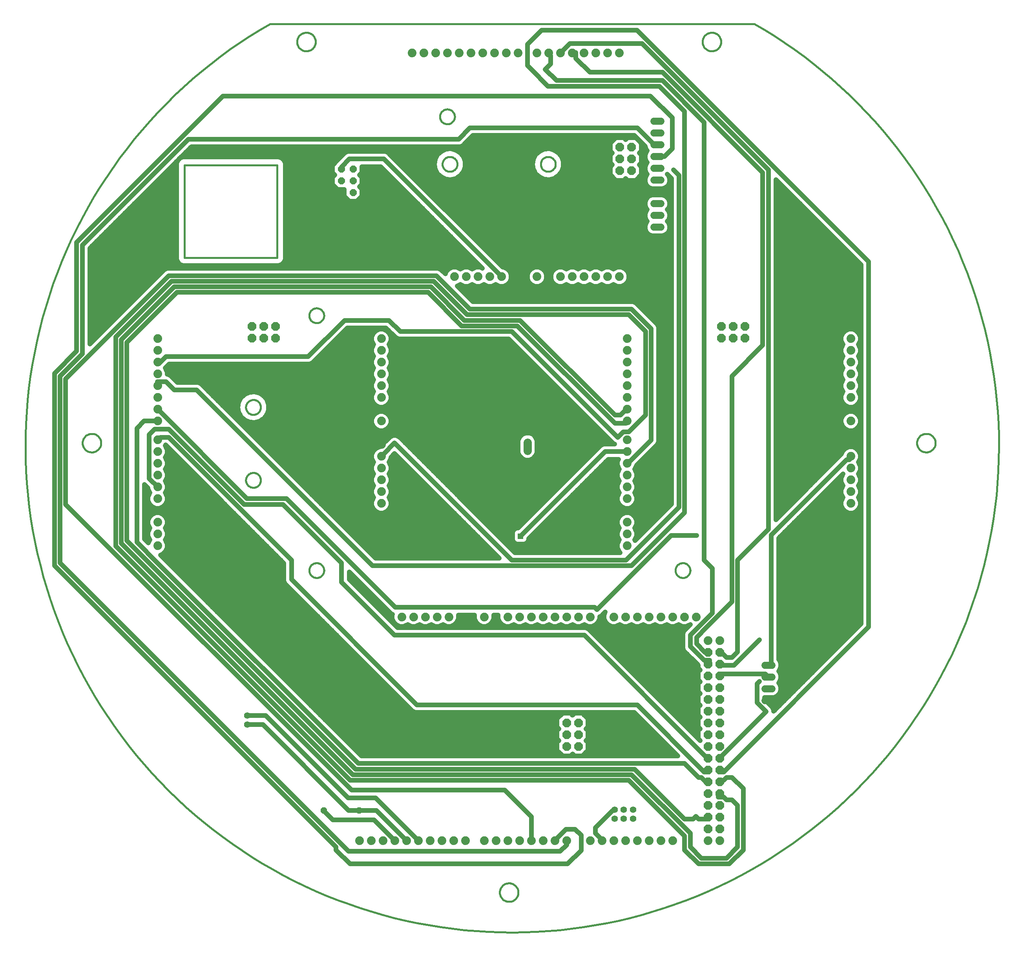
<source format=gbl>
G75*
%MOIN*%
%OFA0B0*%
%FSLAX24Y24*%
%IPPOS*%
%LPD*%
%AMOC8*
5,1,8,0,0,1.08239X$1,22.5*
%
%ADD10C,0.0160*%
%ADD11C,0.0740*%
%ADD12OC8,0.0740*%
%ADD13C,0.0600*%
%ADD14OC8,0.0600*%
%ADD15C,0.0554*%
%ADD16C,0.0705*%
%ADD17C,0.0600*%
%ADD18OC8,0.0520*%
%ADD19C,0.0400*%
%ADD20R,0.0591X0.0591*%
%ADD21C,0.0394*%
%ADD22C,0.0400*%
%ADD23R,0.0475X0.0475*%
D10*
X026639Y032780D02*
X026641Y032830D01*
X026647Y032880D01*
X026657Y032929D01*
X026671Y032977D01*
X026688Y033024D01*
X026709Y033069D01*
X026734Y033113D01*
X026762Y033154D01*
X026794Y033193D01*
X026828Y033230D01*
X026865Y033264D01*
X026905Y033294D01*
X026947Y033321D01*
X026991Y033345D01*
X027037Y033366D01*
X027084Y033382D01*
X027132Y033395D01*
X027182Y033404D01*
X027231Y033409D01*
X027282Y033410D01*
X027332Y033407D01*
X027381Y033400D01*
X027430Y033389D01*
X027478Y033374D01*
X027524Y033356D01*
X027569Y033334D01*
X027612Y033308D01*
X027653Y033279D01*
X027692Y033247D01*
X027728Y033212D01*
X027760Y033174D01*
X027790Y033134D01*
X027817Y033091D01*
X027840Y033047D01*
X027859Y033001D01*
X027875Y032953D01*
X027887Y032904D01*
X027895Y032855D01*
X027899Y032805D01*
X027899Y032755D01*
X027895Y032705D01*
X027887Y032656D01*
X027875Y032607D01*
X027859Y032559D01*
X027840Y032513D01*
X027817Y032469D01*
X027790Y032426D01*
X027760Y032386D01*
X027728Y032348D01*
X027692Y032313D01*
X027653Y032281D01*
X027612Y032252D01*
X027569Y032226D01*
X027524Y032204D01*
X027478Y032186D01*
X027430Y032171D01*
X027381Y032160D01*
X027332Y032153D01*
X027282Y032150D01*
X027231Y032151D01*
X027182Y032156D01*
X027132Y032165D01*
X027084Y032178D01*
X027037Y032194D01*
X026991Y032215D01*
X026947Y032239D01*
X026905Y032266D01*
X026865Y032296D01*
X026828Y032330D01*
X026794Y032367D01*
X026762Y032406D01*
X026734Y032447D01*
X026709Y032491D01*
X026688Y032536D01*
X026671Y032583D01*
X026657Y032631D01*
X026647Y032680D01*
X026641Y032730D01*
X026639Y032780D01*
X021261Y040446D02*
X021263Y040496D01*
X021269Y040546D01*
X021279Y040595D01*
X021293Y040643D01*
X021310Y040690D01*
X021331Y040735D01*
X021356Y040779D01*
X021384Y040820D01*
X021416Y040859D01*
X021450Y040896D01*
X021487Y040930D01*
X021527Y040960D01*
X021569Y040987D01*
X021613Y041011D01*
X021659Y041032D01*
X021706Y041048D01*
X021754Y041061D01*
X021804Y041070D01*
X021853Y041075D01*
X021904Y041076D01*
X021954Y041073D01*
X022003Y041066D01*
X022052Y041055D01*
X022100Y041040D01*
X022146Y041022D01*
X022191Y041000D01*
X022234Y040974D01*
X022275Y040945D01*
X022314Y040913D01*
X022350Y040878D01*
X022382Y040840D01*
X022412Y040800D01*
X022439Y040757D01*
X022462Y040713D01*
X022481Y040667D01*
X022497Y040619D01*
X022509Y040570D01*
X022517Y040521D01*
X022521Y040471D01*
X022521Y040421D01*
X022517Y040371D01*
X022509Y040322D01*
X022497Y040273D01*
X022481Y040225D01*
X022462Y040179D01*
X022439Y040135D01*
X022412Y040092D01*
X022382Y040052D01*
X022350Y040014D01*
X022314Y039979D01*
X022275Y039947D01*
X022234Y039918D01*
X022191Y039892D01*
X022146Y039870D01*
X022100Y039852D01*
X022052Y039837D01*
X022003Y039826D01*
X021954Y039819D01*
X021904Y039816D01*
X021853Y039817D01*
X021804Y039822D01*
X021754Y039831D01*
X021706Y039844D01*
X021659Y039860D01*
X021613Y039881D01*
X021569Y039905D01*
X021527Y039932D01*
X021487Y039962D01*
X021450Y039996D01*
X021416Y040033D01*
X021384Y040072D01*
X021356Y040113D01*
X021331Y040157D01*
X021310Y040202D01*
X021293Y040249D01*
X021279Y040297D01*
X021269Y040346D01*
X021263Y040396D01*
X021261Y040446D01*
X021261Y046643D02*
X021263Y046693D01*
X021269Y046743D01*
X021279Y046792D01*
X021293Y046840D01*
X021310Y046887D01*
X021331Y046932D01*
X021356Y046976D01*
X021384Y047017D01*
X021416Y047056D01*
X021450Y047093D01*
X021487Y047127D01*
X021527Y047157D01*
X021569Y047184D01*
X021613Y047208D01*
X021659Y047229D01*
X021706Y047245D01*
X021754Y047258D01*
X021804Y047267D01*
X021853Y047272D01*
X021904Y047273D01*
X021954Y047270D01*
X022003Y047263D01*
X022052Y047252D01*
X022100Y047237D01*
X022146Y047219D01*
X022191Y047197D01*
X022234Y047171D01*
X022275Y047142D01*
X022314Y047110D01*
X022350Y047075D01*
X022382Y047037D01*
X022412Y046997D01*
X022439Y046954D01*
X022462Y046910D01*
X022481Y046864D01*
X022497Y046816D01*
X022509Y046767D01*
X022517Y046718D01*
X022521Y046668D01*
X022521Y046618D01*
X022517Y046568D01*
X022509Y046519D01*
X022497Y046470D01*
X022481Y046422D01*
X022462Y046376D01*
X022439Y046332D01*
X022412Y046289D01*
X022382Y046249D01*
X022350Y046211D01*
X022314Y046176D01*
X022275Y046144D01*
X022234Y046115D01*
X022191Y046089D01*
X022146Y046067D01*
X022100Y046049D01*
X022052Y046034D01*
X022003Y046023D01*
X021954Y046016D01*
X021904Y046013D01*
X021853Y046014D01*
X021804Y046019D01*
X021754Y046028D01*
X021706Y046041D01*
X021659Y046057D01*
X021613Y046078D01*
X021569Y046102D01*
X021527Y046129D01*
X021487Y046159D01*
X021450Y046193D01*
X021416Y046230D01*
X021384Y046269D01*
X021356Y046310D01*
X021331Y046354D01*
X021310Y046399D01*
X021293Y046446D01*
X021279Y046494D01*
X021269Y046543D01*
X021263Y046593D01*
X021261Y046643D01*
X026639Y054434D02*
X026641Y054484D01*
X026647Y054534D01*
X026657Y054583D01*
X026671Y054631D01*
X026688Y054678D01*
X026709Y054723D01*
X026734Y054767D01*
X026762Y054808D01*
X026794Y054847D01*
X026828Y054884D01*
X026865Y054918D01*
X026905Y054948D01*
X026947Y054975D01*
X026991Y054999D01*
X027037Y055020D01*
X027084Y055036D01*
X027132Y055049D01*
X027182Y055058D01*
X027231Y055063D01*
X027282Y055064D01*
X027332Y055061D01*
X027381Y055054D01*
X027430Y055043D01*
X027478Y055028D01*
X027524Y055010D01*
X027569Y054988D01*
X027612Y054962D01*
X027653Y054933D01*
X027692Y054901D01*
X027728Y054866D01*
X027760Y054828D01*
X027790Y054788D01*
X027817Y054745D01*
X027840Y054701D01*
X027859Y054655D01*
X027875Y054607D01*
X027887Y054558D01*
X027895Y054509D01*
X027899Y054459D01*
X027899Y054409D01*
X027895Y054359D01*
X027887Y054310D01*
X027875Y054261D01*
X027859Y054213D01*
X027840Y054167D01*
X027817Y054123D01*
X027790Y054080D01*
X027760Y054040D01*
X027728Y054002D01*
X027692Y053967D01*
X027653Y053935D01*
X027612Y053906D01*
X027569Y053880D01*
X027524Y053858D01*
X027478Y053840D01*
X027430Y053825D01*
X027381Y053814D01*
X027332Y053807D01*
X027282Y053804D01*
X027231Y053805D01*
X027182Y053810D01*
X027132Y053819D01*
X027084Y053832D01*
X027037Y053848D01*
X026991Y053869D01*
X026947Y053893D01*
X026905Y053920D01*
X026865Y053950D01*
X026828Y053984D01*
X026794Y054021D01*
X026762Y054060D01*
X026734Y054101D01*
X026709Y054145D01*
X026688Y054190D01*
X026671Y054237D01*
X026657Y054285D01*
X026647Y054334D01*
X026641Y054384D01*
X026639Y054434D01*
X023922Y059355D02*
X016048Y059355D01*
X016048Y067229D01*
X023922Y067229D01*
X023922Y059355D01*
X037741Y071335D02*
X037743Y071385D01*
X037749Y071435D01*
X037759Y071484D01*
X037773Y071532D01*
X037790Y071579D01*
X037811Y071624D01*
X037836Y071668D01*
X037864Y071709D01*
X037896Y071748D01*
X037930Y071785D01*
X037967Y071819D01*
X038007Y071849D01*
X038049Y071876D01*
X038093Y071900D01*
X038139Y071921D01*
X038186Y071937D01*
X038234Y071950D01*
X038284Y071959D01*
X038333Y071964D01*
X038384Y071965D01*
X038434Y071962D01*
X038483Y071955D01*
X038532Y071944D01*
X038580Y071929D01*
X038626Y071911D01*
X038671Y071889D01*
X038714Y071863D01*
X038755Y071834D01*
X038794Y071802D01*
X038830Y071767D01*
X038862Y071729D01*
X038892Y071689D01*
X038919Y071646D01*
X038942Y071602D01*
X038961Y071556D01*
X038977Y071508D01*
X038989Y071459D01*
X038997Y071410D01*
X039001Y071360D01*
X039001Y071310D01*
X038997Y071260D01*
X038989Y071211D01*
X038977Y071162D01*
X038961Y071114D01*
X038942Y071068D01*
X038919Y071024D01*
X038892Y070981D01*
X038862Y070941D01*
X038830Y070903D01*
X038794Y070868D01*
X038755Y070836D01*
X038714Y070807D01*
X038671Y070781D01*
X038626Y070759D01*
X038580Y070741D01*
X038532Y070726D01*
X038483Y070715D01*
X038434Y070708D01*
X038384Y070705D01*
X038333Y070706D01*
X038284Y070711D01*
X038234Y070720D01*
X038186Y070733D01*
X038139Y070749D01*
X038093Y070770D01*
X038049Y070794D01*
X038007Y070821D01*
X037967Y070851D01*
X037930Y070885D01*
X037896Y070922D01*
X037864Y070961D01*
X037836Y071002D01*
X037811Y071046D01*
X037790Y071091D01*
X037773Y071138D01*
X037759Y071186D01*
X037749Y071235D01*
X037743Y071285D01*
X037741Y071335D01*
X037953Y067296D02*
X037955Y067346D01*
X037961Y067396D01*
X037971Y067445D01*
X037985Y067493D01*
X038002Y067540D01*
X038023Y067585D01*
X038048Y067629D01*
X038076Y067670D01*
X038108Y067709D01*
X038142Y067746D01*
X038179Y067780D01*
X038219Y067810D01*
X038261Y067837D01*
X038305Y067861D01*
X038351Y067882D01*
X038398Y067898D01*
X038446Y067911D01*
X038496Y067920D01*
X038545Y067925D01*
X038596Y067926D01*
X038646Y067923D01*
X038695Y067916D01*
X038744Y067905D01*
X038792Y067890D01*
X038838Y067872D01*
X038883Y067850D01*
X038926Y067824D01*
X038967Y067795D01*
X039006Y067763D01*
X039042Y067728D01*
X039074Y067690D01*
X039104Y067650D01*
X039131Y067607D01*
X039154Y067563D01*
X039173Y067517D01*
X039189Y067469D01*
X039201Y067420D01*
X039209Y067371D01*
X039213Y067321D01*
X039213Y067271D01*
X039209Y067221D01*
X039201Y067172D01*
X039189Y067123D01*
X039173Y067075D01*
X039154Y067029D01*
X039131Y066985D01*
X039104Y066942D01*
X039074Y066902D01*
X039042Y066864D01*
X039006Y066829D01*
X038967Y066797D01*
X038926Y066768D01*
X038883Y066742D01*
X038838Y066720D01*
X038792Y066702D01*
X038744Y066687D01*
X038695Y066676D01*
X038646Y066669D01*
X038596Y066666D01*
X038545Y066667D01*
X038496Y066672D01*
X038446Y066681D01*
X038398Y066694D01*
X038351Y066710D01*
X038305Y066731D01*
X038261Y066755D01*
X038219Y066782D01*
X038179Y066812D01*
X038142Y066846D01*
X038108Y066883D01*
X038076Y066922D01*
X038048Y066963D01*
X038023Y067007D01*
X038002Y067052D01*
X037985Y067099D01*
X037971Y067147D01*
X037961Y067196D01*
X037955Y067246D01*
X037953Y067296D01*
X046300Y067296D02*
X046302Y067346D01*
X046308Y067396D01*
X046318Y067445D01*
X046332Y067493D01*
X046349Y067540D01*
X046370Y067585D01*
X046395Y067629D01*
X046423Y067670D01*
X046455Y067709D01*
X046489Y067746D01*
X046526Y067780D01*
X046566Y067810D01*
X046608Y067837D01*
X046652Y067861D01*
X046698Y067882D01*
X046745Y067898D01*
X046793Y067911D01*
X046843Y067920D01*
X046892Y067925D01*
X046943Y067926D01*
X046993Y067923D01*
X047042Y067916D01*
X047091Y067905D01*
X047139Y067890D01*
X047185Y067872D01*
X047230Y067850D01*
X047273Y067824D01*
X047314Y067795D01*
X047353Y067763D01*
X047389Y067728D01*
X047421Y067690D01*
X047451Y067650D01*
X047478Y067607D01*
X047501Y067563D01*
X047520Y067517D01*
X047536Y067469D01*
X047548Y067420D01*
X047556Y067371D01*
X047560Y067321D01*
X047560Y067271D01*
X047556Y067221D01*
X047548Y067172D01*
X047536Y067123D01*
X047520Y067075D01*
X047501Y067029D01*
X047478Y066985D01*
X047451Y066942D01*
X047421Y066902D01*
X047389Y066864D01*
X047353Y066829D01*
X047314Y066797D01*
X047273Y066768D01*
X047230Y066742D01*
X047185Y066720D01*
X047139Y066702D01*
X047091Y066687D01*
X047042Y066676D01*
X046993Y066669D01*
X046943Y066666D01*
X046892Y066667D01*
X046843Y066672D01*
X046793Y066681D01*
X046745Y066694D01*
X046698Y066710D01*
X046652Y066731D01*
X046608Y066755D01*
X046566Y066782D01*
X046526Y066812D01*
X046489Y066846D01*
X046455Y066883D01*
X046423Y066922D01*
X046395Y066963D01*
X046370Y067007D01*
X046349Y067052D01*
X046332Y067099D01*
X046318Y067147D01*
X046308Y067196D01*
X046302Y067246D01*
X046300Y067296D01*
X060037Y077694D02*
X060039Y077750D01*
X060045Y077805D01*
X060055Y077859D01*
X060068Y077913D01*
X060086Y077966D01*
X060107Y078017D01*
X060131Y078067D01*
X060159Y078115D01*
X060191Y078161D01*
X060225Y078205D01*
X060263Y078246D01*
X060303Y078284D01*
X060346Y078319D01*
X060391Y078351D01*
X060439Y078380D01*
X060488Y078406D01*
X060539Y078428D01*
X060591Y078446D01*
X060645Y078460D01*
X060700Y078471D01*
X060755Y078478D01*
X060810Y078481D01*
X060866Y078480D01*
X060921Y078475D01*
X060976Y078466D01*
X061030Y078454D01*
X061083Y078437D01*
X061135Y078417D01*
X061185Y078393D01*
X061233Y078366D01*
X061280Y078336D01*
X061324Y078302D01*
X061366Y078265D01*
X061404Y078225D01*
X061441Y078183D01*
X061474Y078138D01*
X061503Y078092D01*
X061530Y078043D01*
X061552Y077992D01*
X061572Y077940D01*
X061587Y077886D01*
X061599Y077832D01*
X061607Y077777D01*
X061611Y077722D01*
X061611Y077666D01*
X061607Y077611D01*
X061599Y077556D01*
X061587Y077502D01*
X061572Y077448D01*
X061552Y077396D01*
X061530Y077345D01*
X061503Y077296D01*
X061474Y077250D01*
X061441Y077205D01*
X061404Y077163D01*
X061366Y077123D01*
X061324Y077086D01*
X061280Y077052D01*
X061233Y077022D01*
X061185Y076995D01*
X061135Y076971D01*
X061083Y076951D01*
X061030Y076934D01*
X060976Y076922D01*
X060921Y076913D01*
X060866Y076908D01*
X060810Y076907D01*
X060755Y076910D01*
X060700Y076917D01*
X060645Y076928D01*
X060591Y076942D01*
X060539Y076960D01*
X060488Y076982D01*
X060439Y077008D01*
X060391Y077037D01*
X060346Y077069D01*
X060303Y077104D01*
X060263Y077142D01*
X060225Y077183D01*
X060191Y077227D01*
X060159Y077273D01*
X060131Y077321D01*
X060107Y077371D01*
X060086Y077422D01*
X060068Y077475D01*
X060055Y077529D01*
X060045Y077583D01*
X060039Y077638D01*
X060037Y077694D01*
X064438Y079225D02*
X023304Y079225D01*
X025604Y077694D02*
X025606Y077750D01*
X025612Y077805D01*
X025622Y077859D01*
X025635Y077913D01*
X025653Y077966D01*
X025674Y078017D01*
X025698Y078067D01*
X025726Y078115D01*
X025758Y078161D01*
X025792Y078205D01*
X025830Y078246D01*
X025870Y078284D01*
X025913Y078319D01*
X025958Y078351D01*
X026006Y078380D01*
X026055Y078406D01*
X026106Y078428D01*
X026158Y078446D01*
X026212Y078460D01*
X026267Y078471D01*
X026322Y078478D01*
X026377Y078481D01*
X026433Y078480D01*
X026488Y078475D01*
X026543Y078466D01*
X026597Y078454D01*
X026650Y078437D01*
X026702Y078417D01*
X026752Y078393D01*
X026800Y078366D01*
X026847Y078336D01*
X026891Y078302D01*
X026933Y078265D01*
X026971Y078225D01*
X027008Y078183D01*
X027041Y078138D01*
X027070Y078092D01*
X027097Y078043D01*
X027119Y077992D01*
X027139Y077940D01*
X027154Y077886D01*
X027166Y077832D01*
X027174Y077777D01*
X027178Y077722D01*
X027178Y077666D01*
X027174Y077611D01*
X027166Y077556D01*
X027154Y077502D01*
X027139Y077448D01*
X027119Y077396D01*
X027097Y077345D01*
X027070Y077296D01*
X027041Y077250D01*
X027008Y077205D01*
X026971Y077163D01*
X026933Y077123D01*
X026891Y077086D01*
X026847Y077052D01*
X026800Y077022D01*
X026752Y076995D01*
X026702Y076971D01*
X026650Y076951D01*
X026597Y076934D01*
X026543Y076922D01*
X026488Y076913D01*
X026433Y076908D01*
X026377Y076907D01*
X026322Y076910D01*
X026267Y076917D01*
X026212Y076928D01*
X026158Y076942D01*
X026106Y076960D01*
X026055Y076982D01*
X026006Y077008D01*
X025958Y077037D01*
X025913Y077069D01*
X025870Y077104D01*
X025830Y077142D01*
X025792Y077183D01*
X025758Y077227D01*
X025726Y077273D01*
X025698Y077321D01*
X025674Y077371D01*
X025653Y077422D01*
X025635Y077475D01*
X025622Y077529D01*
X025612Y077583D01*
X025606Y077638D01*
X025604Y077694D01*
X007387Y043607D02*
X007389Y043663D01*
X007395Y043718D01*
X007405Y043772D01*
X007418Y043826D01*
X007436Y043879D01*
X007457Y043930D01*
X007481Y043980D01*
X007509Y044028D01*
X007541Y044074D01*
X007575Y044118D01*
X007613Y044159D01*
X007653Y044197D01*
X007696Y044232D01*
X007741Y044264D01*
X007789Y044293D01*
X007838Y044319D01*
X007889Y044341D01*
X007941Y044359D01*
X007995Y044373D01*
X008050Y044384D01*
X008105Y044391D01*
X008160Y044394D01*
X008216Y044393D01*
X008271Y044388D01*
X008326Y044379D01*
X008380Y044367D01*
X008433Y044350D01*
X008485Y044330D01*
X008535Y044306D01*
X008583Y044279D01*
X008630Y044249D01*
X008674Y044215D01*
X008716Y044178D01*
X008754Y044138D01*
X008791Y044096D01*
X008824Y044051D01*
X008853Y044005D01*
X008880Y043956D01*
X008902Y043905D01*
X008922Y043853D01*
X008937Y043799D01*
X008949Y043745D01*
X008957Y043690D01*
X008961Y043635D01*
X008961Y043579D01*
X008957Y043524D01*
X008949Y043469D01*
X008937Y043415D01*
X008922Y043361D01*
X008902Y043309D01*
X008880Y043258D01*
X008853Y043209D01*
X008824Y043163D01*
X008791Y043118D01*
X008754Y043076D01*
X008716Y043036D01*
X008674Y042999D01*
X008630Y042965D01*
X008583Y042935D01*
X008535Y042908D01*
X008485Y042884D01*
X008433Y042864D01*
X008380Y042847D01*
X008326Y042835D01*
X008271Y042826D01*
X008216Y042821D01*
X008160Y042820D01*
X008105Y042823D01*
X008050Y042830D01*
X007995Y042841D01*
X007941Y042855D01*
X007889Y042873D01*
X007838Y042895D01*
X007789Y042921D01*
X007741Y042950D01*
X007696Y042982D01*
X007653Y043017D01*
X007613Y043055D01*
X007575Y043096D01*
X007541Y043140D01*
X007509Y043186D01*
X007481Y043234D01*
X007457Y043284D01*
X007436Y043335D01*
X007418Y043388D01*
X007405Y043442D01*
X007395Y043496D01*
X007389Y043551D01*
X007387Y043607D01*
X023304Y079226D02*
X022432Y078711D01*
X021573Y078175D01*
X020727Y077619D01*
X019895Y077042D01*
X019077Y076444D01*
X018274Y075827D01*
X017487Y075191D01*
X016716Y074535D01*
X015960Y073860D01*
X015222Y073168D01*
X014501Y072457D01*
X013797Y071729D01*
X013111Y070984D01*
X012444Y070222D01*
X011796Y069445D01*
X011167Y068651D01*
X010557Y067843D01*
X009968Y067019D01*
X009399Y066182D01*
X008850Y065331D01*
X008323Y064467D01*
X007817Y063590D01*
X007332Y062701D01*
X006870Y061800D01*
X006429Y060888D01*
X006011Y059966D01*
X005616Y059034D01*
X005244Y058092D01*
X004895Y057142D01*
X004569Y056183D01*
X004267Y055216D01*
X003989Y054243D01*
X003734Y053263D01*
X003504Y052277D01*
X003298Y051286D01*
X003116Y050289D01*
X002959Y049289D01*
X002826Y048285D01*
X002718Y047279D01*
X002634Y046270D01*
X002575Y045259D01*
X002541Y044247D01*
X002532Y043234D01*
X002548Y042222D01*
X002588Y041210D01*
X002653Y040200D01*
X002743Y039191D01*
X002858Y038185D01*
X002997Y037182D01*
X003161Y036183D01*
X003349Y035188D01*
X003561Y034198D01*
X003798Y033214D01*
X004059Y032235D01*
X004343Y031264D01*
X004651Y030299D01*
X004983Y029343D01*
X005338Y028394D01*
X005717Y027455D01*
X006118Y026525D01*
X006542Y025606D01*
X006988Y024697D01*
X007456Y023799D01*
X007946Y022913D01*
X008458Y022039D01*
X008991Y021179D01*
X009545Y020331D01*
X010119Y019497D01*
X010714Y018678D01*
X011328Y017873D01*
X011963Y017084D01*
X012616Y016310D01*
X013288Y015553D01*
X013978Y014812D01*
X014686Y014088D01*
X015412Y013382D01*
X016155Y012694D01*
X016915Y012025D01*
X017690Y011374D01*
X018482Y010742D01*
X019288Y010130D01*
X020110Y009538D01*
X020945Y008966D01*
X021795Y008415D01*
X022657Y007885D01*
X023533Y007376D01*
X024420Y006889D01*
X025319Y006423D01*
X026230Y005980D01*
X027151Y005559D01*
X028082Y005161D01*
X029022Y004786D01*
X029971Y004434D01*
X030929Y004105D01*
X031895Y003800D01*
X032867Y003518D01*
X033846Y003261D01*
X034832Y003027D01*
X035822Y002818D01*
X036818Y002633D01*
X037818Y002473D01*
X038821Y002337D01*
X039827Y002225D01*
X040836Y002139D01*
X041847Y002077D01*
X042859Y002039D01*
X043871Y002027D01*
X044883Y002039D01*
X045895Y002077D01*
X046906Y002139D01*
X047915Y002225D01*
X048921Y002337D01*
X049924Y002473D01*
X050924Y002633D01*
X051920Y002818D01*
X052910Y003027D01*
X053896Y003261D01*
X054875Y003518D01*
X055847Y003800D01*
X056813Y004105D01*
X057771Y004434D01*
X058720Y004786D01*
X059660Y005161D01*
X060591Y005559D01*
X061512Y005980D01*
X062423Y006423D01*
X063322Y006889D01*
X064209Y007376D01*
X065085Y007885D01*
X065947Y008415D01*
X066797Y008966D01*
X067632Y009538D01*
X068454Y010130D01*
X069260Y010742D01*
X070052Y011374D01*
X070827Y012025D01*
X071587Y012694D01*
X072330Y013382D01*
X073056Y014088D01*
X073764Y014812D01*
X074454Y015553D01*
X075126Y016310D01*
X075779Y017084D01*
X076414Y017873D01*
X077028Y018678D01*
X077623Y019497D01*
X078197Y020331D01*
X078751Y021179D01*
X079284Y022039D01*
X079796Y022913D01*
X080286Y023799D01*
X080754Y024697D01*
X081200Y025606D01*
X081624Y026525D01*
X082025Y027455D01*
X082404Y028394D01*
X082759Y029343D01*
X083091Y030299D01*
X083399Y031264D01*
X083683Y032235D01*
X083944Y033214D01*
X084181Y034198D01*
X084393Y035188D01*
X084581Y036183D01*
X084745Y037182D01*
X084884Y038185D01*
X084999Y039191D01*
X085089Y040200D01*
X085154Y041210D01*
X085194Y042222D01*
X085210Y043234D01*
X085201Y044247D01*
X085167Y045259D01*
X085108Y046270D01*
X085024Y047279D01*
X084916Y048285D01*
X084783Y049289D01*
X084626Y050289D01*
X084444Y051286D01*
X084238Y052277D01*
X084008Y053263D01*
X083753Y054243D01*
X083475Y055216D01*
X083173Y056183D01*
X082847Y057142D01*
X082498Y058092D01*
X082126Y059034D01*
X081731Y059966D01*
X081313Y060888D01*
X080872Y061800D01*
X080410Y062701D01*
X079925Y063590D01*
X079419Y064467D01*
X078892Y065331D01*
X078343Y066182D01*
X077774Y067019D01*
X077185Y067843D01*
X076575Y068651D01*
X075946Y069445D01*
X075298Y070222D01*
X074631Y070984D01*
X073945Y071729D01*
X073241Y072457D01*
X072520Y073168D01*
X071782Y073860D01*
X071026Y074535D01*
X070255Y075191D01*
X069468Y075827D01*
X068665Y076444D01*
X067847Y077042D01*
X067015Y077619D01*
X066169Y078175D01*
X065310Y078711D01*
X064438Y079226D01*
X078253Y043607D02*
X078255Y043663D01*
X078261Y043718D01*
X078271Y043772D01*
X078284Y043826D01*
X078302Y043879D01*
X078323Y043930D01*
X078347Y043980D01*
X078375Y044028D01*
X078407Y044074D01*
X078441Y044118D01*
X078479Y044159D01*
X078519Y044197D01*
X078562Y044232D01*
X078607Y044264D01*
X078655Y044293D01*
X078704Y044319D01*
X078755Y044341D01*
X078807Y044359D01*
X078861Y044373D01*
X078916Y044384D01*
X078971Y044391D01*
X079026Y044394D01*
X079082Y044393D01*
X079137Y044388D01*
X079192Y044379D01*
X079246Y044367D01*
X079299Y044350D01*
X079351Y044330D01*
X079401Y044306D01*
X079449Y044279D01*
X079496Y044249D01*
X079540Y044215D01*
X079582Y044178D01*
X079620Y044138D01*
X079657Y044096D01*
X079690Y044051D01*
X079719Y044005D01*
X079746Y043956D01*
X079768Y043905D01*
X079788Y043853D01*
X079803Y043799D01*
X079815Y043745D01*
X079823Y043690D01*
X079827Y043635D01*
X079827Y043579D01*
X079823Y043524D01*
X079815Y043469D01*
X079803Y043415D01*
X079788Y043361D01*
X079768Y043309D01*
X079746Y043258D01*
X079719Y043209D01*
X079690Y043163D01*
X079657Y043118D01*
X079620Y043076D01*
X079582Y043036D01*
X079540Y042999D01*
X079496Y042965D01*
X079449Y042935D01*
X079401Y042908D01*
X079351Y042884D01*
X079299Y042864D01*
X079246Y042847D01*
X079192Y042835D01*
X079137Y042826D01*
X079082Y042821D01*
X079026Y042820D01*
X078971Y042823D01*
X078916Y042830D01*
X078861Y042841D01*
X078807Y042855D01*
X078755Y042873D01*
X078704Y042895D01*
X078655Y042921D01*
X078607Y042950D01*
X078562Y042982D01*
X078519Y043017D01*
X078479Y043055D01*
X078441Y043096D01*
X078407Y043140D01*
X078375Y043186D01*
X078347Y043234D01*
X078323Y043284D01*
X078302Y043335D01*
X078284Y043388D01*
X078271Y043442D01*
X078261Y043496D01*
X078255Y043551D01*
X078253Y043607D01*
X057741Y032780D02*
X057743Y032830D01*
X057749Y032880D01*
X057759Y032929D01*
X057773Y032977D01*
X057790Y033024D01*
X057811Y033069D01*
X057836Y033113D01*
X057864Y033154D01*
X057896Y033193D01*
X057930Y033230D01*
X057967Y033264D01*
X058007Y033294D01*
X058049Y033321D01*
X058093Y033345D01*
X058139Y033366D01*
X058186Y033382D01*
X058234Y033395D01*
X058284Y033404D01*
X058333Y033409D01*
X058384Y033410D01*
X058434Y033407D01*
X058483Y033400D01*
X058532Y033389D01*
X058580Y033374D01*
X058626Y033356D01*
X058671Y033334D01*
X058714Y033308D01*
X058755Y033279D01*
X058794Y033247D01*
X058830Y033212D01*
X058862Y033174D01*
X058892Y033134D01*
X058919Y033091D01*
X058942Y033047D01*
X058961Y033001D01*
X058977Y032953D01*
X058989Y032904D01*
X058997Y032855D01*
X059001Y032805D01*
X059001Y032755D01*
X058997Y032705D01*
X058989Y032656D01*
X058977Y032607D01*
X058961Y032559D01*
X058942Y032513D01*
X058919Y032469D01*
X058892Y032426D01*
X058862Y032386D01*
X058830Y032348D01*
X058794Y032313D01*
X058755Y032281D01*
X058714Y032252D01*
X058671Y032226D01*
X058626Y032204D01*
X058580Y032186D01*
X058532Y032171D01*
X058483Y032160D01*
X058434Y032153D01*
X058384Y032150D01*
X058333Y032151D01*
X058284Y032156D01*
X058234Y032165D01*
X058186Y032178D01*
X058139Y032194D01*
X058093Y032215D01*
X058049Y032239D01*
X058007Y032266D01*
X057967Y032296D01*
X057930Y032330D01*
X057896Y032367D01*
X057864Y032406D01*
X057836Y032447D01*
X057811Y032491D01*
X057790Y032536D01*
X057773Y032583D01*
X057759Y032631D01*
X057749Y032680D01*
X057743Y032730D01*
X057741Y032780D01*
X042820Y005418D02*
X042822Y005474D01*
X042828Y005529D01*
X042838Y005583D01*
X042851Y005637D01*
X042869Y005690D01*
X042890Y005741D01*
X042914Y005791D01*
X042942Y005839D01*
X042974Y005885D01*
X043008Y005929D01*
X043046Y005970D01*
X043086Y006008D01*
X043129Y006043D01*
X043174Y006075D01*
X043222Y006104D01*
X043271Y006130D01*
X043322Y006152D01*
X043374Y006170D01*
X043428Y006184D01*
X043483Y006195D01*
X043538Y006202D01*
X043593Y006205D01*
X043649Y006204D01*
X043704Y006199D01*
X043759Y006190D01*
X043813Y006178D01*
X043866Y006161D01*
X043918Y006141D01*
X043968Y006117D01*
X044016Y006090D01*
X044063Y006060D01*
X044107Y006026D01*
X044149Y005989D01*
X044187Y005949D01*
X044224Y005907D01*
X044257Y005862D01*
X044286Y005816D01*
X044313Y005767D01*
X044335Y005716D01*
X044355Y005664D01*
X044370Y005610D01*
X044382Y005556D01*
X044390Y005501D01*
X044394Y005446D01*
X044394Y005390D01*
X044390Y005335D01*
X044382Y005280D01*
X044370Y005226D01*
X044355Y005172D01*
X044335Y005120D01*
X044313Y005069D01*
X044286Y005020D01*
X044257Y004974D01*
X044224Y004929D01*
X044187Y004887D01*
X044149Y004847D01*
X044107Y004810D01*
X044063Y004776D01*
X044016Y004746D01*
X043968Y004719D01*
X043918Y004695D01*
X043866Y004675D01*
X043813Y004658D01*
X043759Y004646D01*
X043704Y004637D01*
X043649Y004632D01*
X043593Y004631D01*
X043538Y004634D01*
X043483Y004641D01*
X043428Y004652D01*
X043374Y004666D01*
X043322Y004684D01*
X043271Y004706D01*
X043222Y004732D01*
X043174Y004761D01*
X043129Y004793D01*
X043086Y004828D01*
X043046Y004866D01*
X043008Y004907D01*
X042974Y004951D01*
X042942Y004997D01*
X042914Y005045D01*
X042890Y005095D01*
X042869Y005146D01*
X042851Y005199D01*
X042838Y005253D01*
X042828Y005307D01*
X042822Y005362D01*
X042820Y005418D01*
D11*
X042501Y009828D03*
X043501Y009828D03*
X044501Y009828D03*
X045501Y009828D03*
X046501Y009828D03*
X047501Y009828D03*
X048501Y009828D03*
X050501Y009828D03*
X051501Y009828D03*
X052501Y009828D03*
X053501Y009828D03*
X054501Y009828D03*
X055501Y009828D03*
X056501Y009828D03*
X057501Y009828D03*
X060501Y009828D03*
X061501Y009828D03*
X061501Y026828D03*
X060501Y026828D03*
X059501Y028828D03*
X058501Y028828D03*
X057501Y028828D03*
X056501Y028828D03*
X055501Y028828D03*
X054501Y028828D03*
X053501Y028828D03*
X052501Y028828D03*
X050501Y028828D03*
X049501Y028828D03*
X048501Y028828D03*
X047501Y028828D03*
X046501Y028828D03*
X045501Y028828D03*
X044501Y028828D03*
X043501Y028828D03*
X041501Y028828D03*
X040501Y028828D03*
X039501Y028828D03*
X038501Y028828D03*
X037501Y028828D03*
X036501Y028828D03*
X035501Y028828D03*
X034501Y028828D03*
X032765Y038465D03*
X032765Y039465D03*
X032765Y040465D03*
X032765Y041465D03*
X032765Y042465D03*
X032765Y043465D03*
X032765Y044465D03*
X032765Y045465D03*
X032765Y047465D03*
X032765Y048465D03*
X032765Y049465D03*
X032765Y050465D03*
X032765Y051465D03*
X032765Y052465D03*
X038980Y057732D03*
X039980Y057732D03*
X040980Y057732D03*
X041980Y057732D03*
X042980Y057732D03*
X043980Y057732D03*
X044980Y057732D03*
X045980Y057732D03*
X047980Y057732D03*
X048980Y057732D03*
X049980Y057732D03*
X050980Y057732D03*
X051980Y057732D03*
X052980Y057732D03*
X053639Y052465D03*
X053639Y051465D03*
X053639Y050465D03*
X053639Y049465D03*
X053639Y048465D03*
X053639Y047465D03*
X053639Y046465D03*
X053639Y045465D03*
X053639Y043865D03*
X053639Y042865D03*
X053639Y041865D03*
X053639Y040865D03*
X053639Y039865D03*
X053639Y038865D03*
X053639Y037865D03*
X053639Y036865D03*
X053639Y035865D03*
X053639Y034865D03*
X072639Y038465D03*
X072639Y039465D03*
X072639Y040465D03*
X072639Y041465D03*
X072639Y042465D03*
X072639Y043465D03*
X072639Y044465D03*
X072639Y045465D03*
X072639Y047465D03*
X072639Y048465D03*
X072639Y049465D03*
X072639Y050465D03*
X072639Y051465D03*
X072639Y052465D03*
X052980Y076732D03*
X051980Y076732D03*
X050980Y076732D03*
X049980Y076732D03*
X048980Y076732D03*
X047980Y076732D03*
X046980Y076732D03*
X045980Y076732D03*
X044380Y076732D03*
X043380Y076732D03*
X042380Y076732D03*
X041380Y076732D03*
X040380Y076732D03*
X039380Y076732D03*
X038380Y076732D03*
X037380Y076732D03*
X036380Y076732D03*
X035380Y076732D03*
X013765Y052465D03*
X013765Y051465D03*
X013765Y050465D03*
X013765Y049465D03*
X013765Y048465D03*
X013765Y047465D03*
X013765Y046465D03*
X013765Y045465D03*
X013765Y043865D03*
X013765Y042865D03*
X013765Y041865D03*
X013765Y040865D03*
X013765Y039865D03*
X013765Y038865D03*
X013765Y037865D03*
X013765Y036865D03*
X013765Y035865D03*
X013765Y034865D03*
X030901Y009828D03*
X031901Y009828D03*
X032901Y009828D03*
X033901Y009828D03*
X034901Y009828D03*
X035901Y009828D03*
X036901Y009828D03*
X037901Y009828D03*
X038901Y009828D03*
X039901Y009828D03*
X041501Y009828D03*
D12*
X048501Y017828D03*
X048501Y018828D03*
X048501Y019828D03*
X049501Y019828D03*
X049501Y018828D03*
X049501Y017828D03*
X060501Y017828D03*
X060501Y018828D03*
X060501Y019828D03*
X060501Y020828D03*
X060501Y021828D03*
X060501Y022828D03*
X061501Y022828D03*
X061501Y021828D03*
X061501Y020828D03*
X061501Y019828D03*
X061501Y018828D03*
X061501Y017828D03*
X061501Y016828D03*
X060501Y016828D03*
X060501Y015828D03*
X061501Y015828D03*
X061501Y014828D03*
X060501Y014828D03*
X060501Y013828D03*
X061501Y013828D03*
X061501Y012828D03*
X060501Y012828D03*
X060501Y011828D03*
X061501Y011828D03*
X061501Y010828D03*
X060501Y010828D03*
X060501Y023828D03*
X060501Y024828D03*
X060501Y025828D03*
X061501Y025828D03*
X061501Y024828D03*
X061501Y023828D03*
X061639Y052515D03*
X062639Y052515D03*
X063639Y052515D03*
X063639Y053515D03*
X062639Y053515D03*
X061639Y053515D03*
X054030Y066732D03*
X053030Y066732D03*
X053030Y067732D03*
X054030Y067732D03*
X054030Y068732D03*
X053030Y068732D03*
X023765Y053515D03*
X023765Y052515D03*
X022765Y052515D03*
X022765Y053515D03*
X021765Y053515D03*
X021765Y052515D03*
D13*
X029366Y064880D03*
D14*
X029366Y065880D03*
X030366Y065880D03*
X030366Y064880D03*
X030366Y066880D03*
X029366Y066880D03*
D15*
X021386Y019673D03*
X021386Y020461D03*
X052567Y012461D03*
X052567Y011674D03*
X053355Y011674D03*
X053355Y012461D03*
X054142Y012461D03*
X054142Y011674D03*
D16*
X045184Y042954D02*
X045184Y043659D01*
X043215Y043659D02*
X043215Y042954D01*
D17*
X055906Y061942D02*
X056506Y061942D01*
X056506Y062942D02*
X055906Y062942D01*
X055906Y063942D02*
X056506Y063942D01*
X056506Y064942D02*
X055906Y064942D01*
X055906Y065942D02*
X056506Y065942D01*
X056506Y066942D02*
X055906Y066942D01*
X055906Y067942D02*
X056506Y067942D01*
X056506Y068942D02*
X055906Y068942D01*
X055906Y069942D02*
X056506Y069942D01*
X056506Y070942D02*
X055906Y070942D01*
X065355Y024729D02*
X065955Y024729D01*
X065955Y023729D02*
X065355Y023729D01*
X065355Y022729D02*
X065955Y022729D01*
X065955Y021729D02*
X065355Y021729D01*
D18*
X030895Y012389D03*
X027895Y012389D03*
D19*
X027895Y012358D01*
X028663Y011589D01*
X032139Y011589D01*
X033901Y009828D01*
X034901Y009828D02*
X032339Y012389D01*
X031102Y012389D01*
X031097Y012394D01*
X029986Y012394D01*
X022707Y019673D01*
X021386Y019673D01*
X021386Y020461D02*
X022931Y020461D01*
X029961Y013432D01*
X032297Y013432D01*
X035901Y009828D01*
X031102Y012389D02*
X030895Y012389D01*
X030244Y014100D02*
X043235Y014100D01*
X045501Y011835D01*
X045501Y011397D01*
X045501Y011198D01*
X045501Y009828D01*
X047501Y009830D02*
X047501Y009828D01*
X047501Y009830D02*
X048441Y010770D01*
X049226Y010770D01*
X049733Y010263D01*
X049733Y008994D01*
X048581Y007843D01*
X047962Y008913D02*
X048501Y009452D01*
X048501Y009828D01*
X048501Y009657D01*
X047962Y008913D02*
X029983Y008913D01*
X029396Y009501D01*
X030244Y014100D02*
X029870Y014474D01*
X031081Y017006D02*
X057939Y017006D01*
X054238Y020706D01*
X035664Y020706D01*
X035430Y020803D01*
X035251Y020982D01*
X035251Y020982D01*
X024593Y031641D01*
X024496Y031875D01*
X024496Y033396D01*
X014461Y043430D01*
X014451Y043407D01*
X014410Y043365D01*
X014451Y043324D01*
X014575Y043026D01*
X014575Y042704D01*
X014451Y042407D01*
X014410Y042365D01*
X014451Y042324D01*
X014575Y042026D01*
X014575Y041704D01*
X014451Y041407D01*
X014410Y041365D01*
X014451Y041324D01*
X014575Y041026D01*
X014575Y040704D01*
X014451Y040407D01*
X014410Y040365D01*
X014451Y040324D01*
X014575Y040026D01*
X014575Y039704D01*
X014451Y039407D01*
X014410Y039365D01*
X014451Y039324D01*
X014575Y039026D01*
X014575Y038704D01*
X014451Y038407D01*
X014223Y038179D01*
X013926Y038055D01*
X013603Y038055D01*
X013306Y038179D01*
X013078Y038407D01*
X012955Y038704D01*
X012955Y039026D01*
X013078Y039324D01*
X013119Y039365D01*
X013078Y039407D01*
X012955Y039704D01*
X012955Y039770D01*
X012689Y040036D01*
X012638Y040087D01*
X012638Y035454D01*
X012987Y035105D01*
X013078Y035324D01*
X013119Y035365D01*
X013078Y035407D01*
X012955Y035704D01*
X012955Y036026D01*
X013078Y036324D01*
X013119Y036365D01*
X013078Y036407D01*
X012955Y036704D01*
X012955Y037026D01*
X013078Y037324D01*
X013306Y037552D01*
X013603Y037675D01*
X013926Y037675D01*
X014223Y037552D01*
X014451Y037324D01*
X014575Y037026D01*
X014575Y036704D01*
X014451Y036407D01*
X014410Y036365D01*
X014451Y036324D01*
X014575Y036026D01*
X014575Y035704D01*
X014451Y035407D01*
X014410Y035365D01*
X014451Y035324D01*
X014575Y035026D01*
X014575Y034704D01*
X014451Y034407D01*
X014223Y034179D01*
X014004Y034088D01*
X014307Y033785D01*
X014310Y033777D01*
X031081Y017006D01*
X030781Y017306D02*
X047877Y017306D01*
X047691Y017492D02*
X048165Y017018D01*
X048836Y017018D01*
X049001Y017182D01*
X049165Y017018D01*
X049836Y017018D01*
X050311Y017492D01*
X050311Y018163D01*
X050146Y018328D01*
X050311Y018492D01*
X050311Y019163D01*
X050146Y019328D01*
X050311Y019492D01*
X050311Y020163D01*
X049836Y020638D01*
X049165Y020638D01*
X049001Y020473D01*
X048836Y020638D01*
X048165Y020638D01*
X047691Y020163D01*
X047691Y019492D01*
X047855Y019328D01*
X047691Y019163D01*
X047691Y018492D01*
X047855Y018328D01*
X047691Y018163D01*
X047691Y017492D01*
X047691Y017705D02*
X030383Y017705D01*
X029984Y018103D02*
X047691Y018103D01*
X047691Y018502D02*
X029586Y018502D01*
X029187Y018900D02*
X047691Y018900D01*
X047826Y019299D02*
X028789Y019299D01*
X028390Y019697D02*
X047691Y019697D01*
X047691Y020096D02*
X027992Y020096D01*
X027593Y020494D02*
X048022Y020494D01*
X048980Y020494D02*
X049022Y020494D01*
X049980Y020494D02*
X054451Y020494D01*
X054849Y020096D02*
X050311Y020096D01*
X050311Y019697D02*
X055248Y019697D01*
X055646Y019299D02*
X050175Y019299D01*
X050311Y018900D02*
X056045Y018900D01*
X056443Y018502D02*
X050311Y018502D01*
X050311Y018103D02*
X056842Y018103D01*
X057240Y017705D02*
X050311Y017705D01*
X050125Y017306D02*
X057639Y017306D01*
X059267Y018900D02*
X059691Y018900D01*
X059691Y019163D02*
X059691Y018492D01*
X059855Y018328D01*
X059847Y018320D01*
X050542Y027625D01*
X050363Y027804D01*
X050129Y027901D01*
X034160Y027901D01*
X030033Y032028D01*
X030033Y032659D01*
X033601Y029091D01*
X033714Y029044D01*
X033691Y028989D01*
X033691Y028666D01*
X033814Y028369D01*
X034042Y028141D01*
X034340Y028018D01*
X034662Y028018D01*
X034960Y028141D01*
X035001Y028182D01*
X035042Y028141D01*
X035340Y028018D01*
X035662Y028018D01*
X035960Y028141D01*
X036001Y028182D01*
X036042Y028141D01*
X036340Y028018D01*
X036662Y028018D01*
X036960Y028141D01*
X037001Y028182D01*
X037042Y028141D01*
X037340Y028018D01*
X037662Y028018D01*
X037960Y028141D01*
X038001Y028182D01*
X038042Y028141D01*
X038340Y028018D01*
X038662Y028018D01*
X038960Y028141D01*
X039187Y028369D01*
X039311Y028666D01*
X039311Y028989D01*
X039309Y028994D01*
X040693Y028994D01*
X040691Y028989D01*
X040691Y028666D01*
X040814Y028369D01*
X041042Y028141D01*
X041340Y028018D01*
X041662Y028018D01*
X041960Y028141D01*
X042187Y028369D01*
X042311Y028666D01*
X042311Y028989D01*
X042309Y028994D01*
X042693Y028994D01*
X042691Y028989D01*
X042691Y028666D01*
X042814Y028369D01*
X043042Y028141D01*
X043340Y028018D01*
X043662Y028018D01*
X043960Y028141D01*
X044001Y028182D01*
X044042Y028141D01*
X044340Y028018D01*
X044662Y028018D01*
X044960Y028141D01*
X045001Y028182D01*
X045042Y028141D01*
X045340Y028018D01*
X045662Y028018D01*
X045960Y028141D01*
X046001Y028182D01*
X046042Y028141D01*
X046340Y028018D01*
X046662Y028018D01*
X046960Y028141D01*
X047001Y028182D01*
X047042Y028141D01*
X047340Y028018D01*
X047662Y028018D01*
X047960Y028141D01*
X048001Y028182D01*
X048042Y028141D01*
X048340Y028018D01*
X048662Y028018D01*
X048960Y028141D01*
X049001Y028182D01*
X049042Y028141D01*
X049340Y028018D01*
X049662Y028018D01*
X049960Y028141D01*
X050001Y028182D01*
X050042Y028141D01*
X050340Y028018D01*
X050662Y028018D01*
X050960Y028141D01*
X051187Y028369D01*
X051311Y028666D01*
X051311Y028837D01*
X051448Y028894D01*
X051627Y029073D01*
X051795Y029241D01*
X051691Y028989D01*
X051691Y028666D01*
X051814Y028369D01*
X052042Y028141D01*
X052340Y028018D01*
X052662Y028018D01*
X052960Y028141D01*
X053001Y028182D01*
X053042Y028141D01*
X053340Y028018D01*
X053662Y028018D01*
X053960Y028141D01*
X054001Y028182D01*
X054042Y028141D01*
X054340Y028018D01*
X054662Y028018D01*
X054960Y028141D01*
X055001Y028182D01*
X055042Y028141D01*
X055340Y028018D01*
X055662Y028018D01*
X055960Y028141D01*
X056001Y028182D01*
X056042Y028141D01*
X056340Y028018D01*
X056662Y028018D01*
X056960Y028141D01*
X057001Y028182D01*
X057042Y028141D01*
X057340Y028018D01*
X057662Y028018D01*
X057960Y028141D01*
X058001Y028182D01*
X058042Y028141D01*
X058340Y028018D01*
X058662Y028018D01*
X058960Y028141D01*
X059001Y028182D01*
X059010Y028173D01*
X058642Y027804D01*
X058642Y027804D01*
X058462Y027625D01*
X058366Y027391D01*
X058366Y026190D01*
X058462Y025956D01*
X059647Y024772D01*
X059691Y024728D01*
X059691Y024492D01*
X059855Y024328D01*
X059691Y024163D01*
X059691Y023492D01*
X059855Y023328D01*
X059691Y023163D01*
X059691Y022492D01*
X059855Y022328D01*
X059691Y022163D01*
X059691Y021492D01*
X059855Y021328D01*
X059691Y021163D01*
X059691Y020492D01*
X059855Y020328D01*
X059691Y020163D01*
X059691Y019492D01*
X059855Y019328D01*
X059691Y019163D01*
X059826Y019299D02*
X058869Y019299D01*
X058470Y019697D02*
X059691Y019697D01*
X059691Y020096D02*
X058072Y020096D01*
X057673Y020494D02*
X059691Y020494D01*
X059691Y020893D02*
X057275Y020893D01*
X056876Y021291D02*
X059819Y021291D01*
X059691Y021690D02*
X056478Y021690D01*
X056079Y022088D02*
X059691Y022088D01*
X059696Y022487D02*
X055681Y022487D01*
X055282Y022885D02*
X059691Y022885D01*
X059811Y023284D02*
X054884Y023284D01*
X054485Y023682D02*
X059691Y023682D01*
X059691Y024081D02*
X054087Y024081D01*
X053688Y024479D02*
X059704Y024479D01*
X059647Y024772D02*
X059647Y024772D01*
X059541Y024878D02*
X053290Y024878D01*
X052891Y025276D02*
X059143Y025276D01*
X058744Y025675D02*
X052493Y025675D01*
X052094Y026073D02*
X058414Y026073D01*
X058366Y026472D02*
X051696Y026472D01*
X051297Y026870D02*
X058366Y026870D01*
X058366Y027269D02*
X050899Y027269D01*
X050500Y027667D02*
X058504Y027667D01*
X058778Y028066D02*
X058903Y028066D01*
X058224Y028066D02*
X057778Y028066D01*
X057224Y028066D02*
X056778Y028066D01*
X056224Y028066D02*
X055778Y028066D01*
X055224Y028066D02*
X054778Y028066D01*
X054224Y028066D02*
X053778Y028066D01*
X053224Y028066D02*
X052778Y028066D01*
X052224Y028066D02*
X050778Y028066D01*
X050224Y028066D02*
X049778Y028066D01*
X049224Y028066D02*
X048778Y028066D01*
X048224Y028066D02*
X047778Y028066D01*
X047224Y028066D02*
X046778Y028066D01*
X046224Y028066D02*
X045778Y028066D01*
X045224Y028066D02*
X044778Y028066D01*
X044224Y028066D02*
X043778Y028066D01*
X043224Y028066D02*
X041778Y028066D01*
X041224Y028066D02*
X038778Y028066D01*
X038224Y028066D02*
X037778Y028066D01*
X037224Y028066D02*
X036778Y028066D01*
X036224Y028066D02*
X035778Y028066D01*
X035224Y028066D02*
X034778Y028066D01*
X034224Y028066D02*
X033996Y028066D01*
X033775Y028464D02*
X033597Y028464D01*
X033691Y028863D02*
X033199Y028863D01*
X033430Y029261D02*
X032800Y029261D01*
X033032Y029660D02*
X032402Y029660D01*
X032633Y030058D02*
X032003Y030058D01*
X032235Y030457D02*
X031605Y030457D01*
X031836Y030855D02*
X031206Y030855D01*
X031438Y031254D02*
X030808Y031254D01*
X031039Y031652D02*
X030409Y031652D01*
X030641Y032051D02*
X030033Y032051D01*
X030033Y032449D02*
X030242Y032449D01*
X032045Y034043D02*
X042560Y034043D01*
X042780Y033823D02*
X032265Y033823D01*
X017620Y048468D01*
X017441Y048647D01*
X017207Y048744D01*
X015449Y048744D01*
X015014Y049179D01*
X014835Y049358D01*
X014601Y049455D01*
X014575Y049455D01*
X014575Y049626D01*
X014451Y049924D01*
X014410Y049965D01*
X014451Y050007D01*
X014465Y050039D01*
X014738Y050313D01*
X026681Y050313D01*
X026915Y050410D01*
X027094Y050589D01*
X029897Y053392D01*
X033159Y053392D01*
X034009Y052541D01*
X034243Y052444D01*
X043580Y052444D01*
X052484Y043541D01*
X052569Y043505D01*
X051639Y043505D01*
X051404Y043408D01*
X044368Y036372D01*
X044271Y036372D01*
X044109Y036305D01*
X043986Y036182D01*
X043919Y036020D01*
X043919Y035370D01*
X043986Y035208D01*
X044109Y035084D01*
X044271Y035017D01*
X044921Y035017D01*
X045083Y035084D01*
X045207Y035208D01*
X045274Y035370D01*
X045274Y035467D01*
X052032Y042225D01*
X052911Y042225D01*
X052829Y042026D01*
X052829Y041704D01*
X052952Y041407D01*
X052993Y041365D01*
X052952Y041324D01*
X052829Y041026D01*
X052829Y040704D01*
X052952Y040407D01*
X052993Y040365D01*
X052952Y040324D01*
X052829Y040026D01*
X052829Y039704D01*
X052952Y039407D01*
X052993Y039365D01*
X052952Y039324D01*
X052829Y039026D01*
X052829Y038704D01*
X052952Y038407D01*
X053180Y038179D01*
X053477Y038055D01*
X053800Y038055D01*
X054097Y038179D01*
X054325Y038407D01*
X054449Y038704D01*
X054449Y039026D01*
X054325Y039324D01*
X054284Y039365D01*
X054325Y039407D01*
X054449Y039704D01*
X054449Y040026D01*
X054325Y040324D01*
X054284Y040365D01*
X054325Y040407D01*
X054449Y040704D01*
X054449Y041026D01*
X054325Y041324D01*
X054284Y041365D01*
X054325Y041407D01*
X054449Y041704D01*
X054449Y041705D01*
X056226Y043483D01*
X056323Y043717D01*
X056323Y053445D01*
X056226Y053679D01*
X056047Y053858D01*
X054389Y055516D01*
X054155Y055613D01*
X040555Y055613D01*
X039215Y056953D01*
X039438Y057046D01*
X039480Y057087D01*
X039521Y057046D01*
X039819Y056922D01*
X040141Y056922D01*
X040438Y057046D01*
X040480Y057087D01*
X040521Y057046D01*
X040819Y056922D01*
X041141Y056922D01*
X041438Y057046D01*
X041480Y057087D01*
X041521Y057046D01*
X041819Y056922D01*
X042141Y056922D01*
X042438Y057046D01*
X042480Y057087D01*
X042521Y057046D01*
X042819Y056922D01*
X043141Y056922D01*
X043438Y057046D01*
X043666Y057274D01*
X043790Y057571D01*
X043790Y057894D01*
X043666Y058191D01*
X043438Y058419D01*
X043141Y058542D01*
X043075Y058542D01*
X033525Y068092D01*
X033345Y068272D01*
X033109Y068370D01*
X029921Y068370D01*
X029685Y068272D01*
X028823Y067410D01*
X028804Y067365D01*
X028626Y067186D01*
X028626Y066573D01*
X028819Y066380D01*
X028626Y066186D01*
X028626Y065573D01*
X029059Y065140D01*
X029626Y065140D01*
X029626Y064573D01*
X030059Y064140D01*
X030672Y064140D01*
X031106Y064573D01*
X031106Y065186D01*
X030912Y065380D01*
X031106Y065573D01*
X031106Y066186D01*
X030912Y066380D01*
X031106Y066573D01*
X031106Y067090D01*
X032717Y067090D01*
X041352Y058455D01*
X041141Y058542D01*
X040819Y058542D01*
X040521Y058419D01*
X040480Y058378D01*
X040438Y058419D01*
X040141Y058542D01*
X039819Y058542D01*
X039521Y058419D01*
X039480Y058378D01*
X039438Y058419D01*
X039141Y058542D01*
X038819Y058542D01*
X038521Y058419D01*
X038293Y058191D01*
X038200Y057967D01*
X037810Y058358D01*
X037576Y058455D01*
X014585Y058455D01*
X014351Y058358D01*
X008006Y052013D01*
X008006Y060160D01*
X016633Y068787D01*
X039470Y068787D01*
X039705Y068884D01*
X039884Y069063D01*
X040555Y069734D01*
X054234Y069734D01*
X055166Y068803D01*
X055166Y068795D01*
X055278Y068523D01*
X055359Y068442D01*
X055278Y068361D01*
X055166Y068089D01*
X055166Y067795D01*
X055278Y067523D01*
X055359Y067442D01*
X055278Y067361D01*
X055166Y067089D01*
X055166Y066795D01*
X055278Y066523D01*
X055359Y066442D01*
X055278Y066361D01*
X055166Y066089D01*
X055166Y065795D01*
X055278Y065523D01*
X055486Y065314D01*
X055758Y065202D01*
X056653Y065202D01*
X056925Y065314D01*
X057133Y065523D01*
X057246Y065795D01*
X057246Y066089D01*
X057133Y066361D01*
X057052Y066442D01*
X057055Y066444D01*
X057418Y066081D01*
X057418Y038423D01*
X054322Y035327D01*
X054284Y035365D01*
X054325Y035407D01*
X054449Y035704D01*
X054449Y036026D01*
X054325Y036324D01*
X054284Y036365D01*
X054325Y036407D01*
X054449Y036704D01*
X054449Y037026D01*
X054325Y037324D01*
X054097Y037552D01*
X053800Y037675D01*
X053477Y037675D01*
X053180Y037552D01*
X052952Y037324D01*
X052829Y037026D01*
X052829Y036704D01*
X052952Y036407D01*
X052993Y036365D01*
X052952Y036324D01*
X052829Y036026D01*
X052829Y035704D01*
X052952Y035407D01*
X052993Y035365D01*
X052952Y035324D01*
X052829Y035026D01*
X052829Y034704D01*
X052952Y034407D01*
X053062Y034296D01*
X044108Y034296D01*
X034436Y043968D01*
X034257Y044147D01*
X034023Y044244D01*
X033770Y044244D01*
X033535Y044147D01*
X032664Y043275D01*
X032603Y043275D01*
X032306Y043152D01*
X032078Y042924D01*
X031955Y042626D01*
X031955Y042304D01*
X032078Y042007D01*
X032119Y041965D01*
X032078Y041924D01*
X031955Y041626D01*
X031955Y041304D01*
X032078Y041007D01*
X032119Y040965D01*
X032078Y040924D01*
X031955Y040626D01*
X031955Y040304D01*
X032078Y040007D01*
X032119Y039965D01*
X032078Y039924D01*
X031955Y039626D01*
X031955Y039304D01*
X032078Y039007D01*
X032119Y038965D01*
X032078Y038924D01*
X031955Y038626D01*
X031955Y038304D01*
X032078Y038007D01*
X032306Y037779D01*
X032603Y037655D01*
X032926Y037655D01*
X033223Y037779D01*
X033451Y038007D01*
X033575Y038304D01*
X033575Y038626D01*
X033451Y038924D01*
X033410Y038965D01*
X033451Y039007D01*
X033575Y039304D01*
X033575Y039626D01*
X033451Y039924D01*
X033410Y039965D01*
X033451Y040007D01*
X033575Y040304D01*
X033575Y040626D01*
X033451Y040924D01*
X033410Y040965D01*
X033451Y041007D01*
X033575Y041304D01*
X033575Y041626D01*
X033451Y041924D01*
X033410Y041965D01*
X033451Y042007D01*
X033575Y042304D01*
X033575Y042385D01*
X033896Y042706D01*
X042780Y033823D01*
X042161Y034442D02*
X031646Y034442D01*
X031248Y034840D02*
X041763Y034840D01*
X041364Y035239D02*
X030849Y035239D01*
X030451Y035637D02*
X040966Y035637D01*
X040567Y036036D02*
X030052Y036036D01*
X029654Y036434D02*
X040169Y036434D01*
X039770Y036833D02*
X029255Y036833D01*
X028857Y037231D02*
X039372Y037231D01*
X038973Y037630D02*
X028458Y037630D01*
X028060Y038028D02*
X032069Y038028D01*
X031955Y038427D02*
X027661Y038427D01*
X027263Y038825D02*
X032037Y038825D01*
X031988Y039224D02*
X026864Y039224D01*
X026466Y039622D02*
X031955Y039622D01*
X032072Y040021D02*
X026067Y040021D01*
X025669Y040419D02*
X031955Y040419D01*
X032034Y040818D02*
X025270Y040818D01*
X024872Y041216D02*
X031991Y041216D01*
X031955Y041615D02*
X024473Y041615D01*
X024075Y042013D02*
X032075Y042013D01*
X031955Y042412D02*
X023676Y042412D01*
X023278Y042810D02*
X032031Y042810D01*
X032442Y043209D02*
X022879Y043209D01*
X022481Y043607D02*
X032996Y043607D01*
X033394Y044006D02*
X022082Y044006D01*
X021684Y044404D02*
X044912Y044404D01*
X045026Y044451D02*
X044735Y044331D01*
X044512Y044108D01*
X044391Y043816D01*
X044391Y042796D01*
X044512Y042505D01*
X044735Y042282D01*
X045026Y042161D01*
X045341Y042161D01*
X045633Y042282D01*
X045856Y042505D01*
X045976Y042796D01*
X045976Y043816D01*
X045856Y044108D01*
X045633Y044331D01*
X045341Y044451D01*
X045026Y044451D01*
X045455Y044404D02*
X051620Y044404D01*
X051222Y044803D02*
X033247Y044803D01*
X033223Y044779D02*
X033451Y045007D01*
X033575Y045304D01*
X033575Y045626D01*
X033451Y045924D01*
X033223Y046152D01*
X032926Y046275D01*
X032603Y046275D01*
X032306Y046152D01*
X032078Y045924D01*
X031955Y045626D01*
X031955Y045304D01*
X032078Y045007D01*
X032306Y044779D01*
X032603Y044655D01*
X032926Y044655D01*
X033223Y044779D01*
X033532Y045201D02*
X050823Y045201D01*
X050425Y045600D02*
X033575Y045600D01*
X033377Y045998D02*
X050026Y045998D01*
X049628Y046397D02*
X023172Y046397D01*
X023183Y046427D02*
X023183Y046858D01*
X023043Y047266D01*
X022778Y047606D01*
X022417Y047842D01*
X021999Y047948D01*
X021569Y047912D01*
X021174Y047739D01*
X020857Y047447D01*
X020652Y047068D01*
X020581Y046643D01*
X020652Y046217D01*
X020857Y045838D01*
X021174Y045546D01*
X021569Y045373D01*
X021999Y045337D01*
X022417Y045443D01*
X022778Y045679D01*
X023043Y046019D01*
X023183Y046427D01*
X023183Y046795D02*
X032289Y046795D01*
X032306Y046779D02*
X032603Y046655D01*
X032926Y046655D01*
X033223Y046779D01*
X033451Y047007D01*
X033575Y047304D01*
X033575Y047626D01*
X033451Y047924D01*
X033410Y047965D01*
X033451Y048007D01*
X033575Y048304D01*
X033575Y048626D01*
X033451Y048924D01*
X033410Y048965D01*
X033451Y049007D01*
X033575Y049304D01*
X033575Y049626D01*
X033451Y049924D01*
X033410Y049965D01*
X033451Y050007D01*
X033575Y050304D01*
X033575Y050626D01*
X033451Y050924D01*
X033410Y050965D01*
X033451Y051007D01*
X033575Y051304D01*
X033575Y051626D01*
X033451Y051924D01*
X033410Y051965D01*
X033451Y052007D01*
X033575Y052304D01*
X033575Y052626D01*
X033451Y052924D01*
X033223Y053152D01*
X032926Y053275D01*
X032603Y053275D01*
X032306Y053152D01*
X032078Y052924D01*
X031955Y052626D01*
X031955Y052304D01*
X032078Y052007D01*
X032119Y051965D01*
X032078Y051924D01*
X031955Y051626D01*
X031955Y051304D01*
X032078Y051007D01*
X032119Y050965D01*
X032078Y050924D01*
X031955Y050626D01*
X031955Y050304D01*
X032078Y050007D01*
X032119Y049965D01*
X032078Y049924D01*
X031955Y049626D01*
X031955Y049304D01*
X032078Y049007D01*
X032119Y048965D01*
X032078Y048924D01*
X031955Y048626D01*
X031955Y048304D01*
X032078Y048007D01*
X032119Y047965D01*
X032078Y047924D01*
X031955Y047626D01*
X031955Y047304D01*
X032078Y047007D01*
X032306Y046779D01*
X032000Y047194D02*
X023067Y047194D01*
X022789Y047592D02*
X031955Y047592D01*
X032094Y047991D02*
X018097Y047991D01*
X017699Y048389D02*
X031955Y048389D01*
X032021Y048788D02*
X015405Y048788D01*
X015014Y049179D02*
X015014Y049179D01*
X015007Y049186D02*
X032004Y049186D01*
X031955Y049585D02*
X014575Y049585D01*
X014428Y049983D02*
X032101Y049983D01*
X031955Y050382D02*
X026847Y050382D01*
X027285Y050780D02*
X032018Y050780D01*
X032007Y051179D02*
X027684Y051179D01*
X028082Y051577D02*
X031955Y051577D01*
X032109Y051976D02*
X028481Y051976D01*
X028879Y052374D02*
X031955Y052374D01*
X032015Y052773D02*
X029278Y052773D01*
X029676Y053171D02*
X032352Y053171D01*
X033177Y053171D02*
X033379Y053171D01*
X033514Y052773D02*
X033778Y052773D01*
X033575Y052374D02*
X043650Y052374D01*
X044049Y051976D02*
X033420Y051976D01*
X033575Y051577D02*
X044447Y051577D01*
X044846Y051179D02*
X033523Y051179D01*
X033511Y050780D02*
X045244Y050780D01*
X045643Y050382D02*
X033575Y050382D01*
X033428Y049983D02*
X046041Y049983D01*
X046440Y049585D02*
X033575Y049585D01*
X033526Y049186D02*
X046838Y049186D01*
X047237Y048788D02*
X033508Y048788D01*
X033575Y048389D02*
X047635Y048389D01*
X048034Y047991D02*
X033435Y047991D01*
X033575Y047592D02*
X048432Y047592D01*
X048831Y047194D02*
X033529Y047194D01*
X033240Y046795D02*
X049229Y046795D01*
X052019Y044006D02*
X045898Y044006D01*
X045976Y043607D02*
X052417Y043607D01*
X051767Y042865D02*
X044596Y035695D01*
X043919Y035637D02*
X042767Y035637D01*
X043165Y035239D02*
X043973Y035239D01*
X043564Y034840D02*
X052829Y034840D01*
X052916Y035239D02*
X045219Y035239D01*
X045443Y035637D02*
X052856Y035637D01*
X052832Y036036D02*
X045842Y036036D01*
X046240Y036434D02*
X052940Y036434D01*
X052829Y036833D02*
X046639Y036833D01*
X047037Y037231D02*
X052913Y037231D01*
X053367Y037630D02*
X047436Y037630D01*
X047834Y038028D02*
X057023Y038028D01*
X057418Y038427D02*
X054334Y038427D01*
X054449Y038825D02*
X057418Y038825D01*
X057418Y039224D02*
X054367Y039224D01*
X054415Y039622D02*
X057418Y039622D01*
X057418Y040021D02*
X054449Y040021D01*
X054330Y040419D02*
X057418Y040419D01*
X057418Y040818D02*
X054449Y040818D01*
X054370Y041216D02*
X057418Y041216D01*
X057418Y041615D02*
X054411Y041615D01*
X054756Y042013D02*
X057418Y042013D01*
X057418Y042412D02*
X055155Y042412D01*
X055553Y042810D02*
X057418Y042810D01*
X057418Y043209D02*
X055952Y043209D01*
X056278Y043607D02*
X057418Y043607D01*
X057418Y044006D02*
X056323Y044006D01*
X056323Y044404D02*
X057418Y044404D01*
X057418Y044803D02*
X056323Y044803D01*
X056323Y045201D02*
X057418Y045201D01*
X057418Y045600D02*
X056323Y045600D01*
X056323Y045998D02*
X057418Y045998D01*
X057418Y046397D02*
X056323Y046397D01*
X056323Y046795D02*
X057418Y046795D01*
X057418Y047194D02*
X056323Y047194D01*
X056323Y047592D02*
X057418Y047592D01*
X057418Y047991D02*
X056323Y047991D01*
X056323Y048389D02*
X057418Y048389D01*
X057418Y048788D02*
X056323Y048788D01*
X056323Y049186D02*
X057418Y049186D01*
X057418Y049585D02*
X056323Y049585D01*
X056323Y049983D02*
X057418Y049983D01*
X057418Y050382D02*
X056323Y050382D01*
X056323Y050780D02*
X057418Y050780D01*
X057418Y051179D02*
X056323Y051179D01*
X056323Y051577D02*
X057418Y051577D01*
X057418Y051976D02*
X056323Y051976D01*
X056323Y052374D02*
X057418Y052374D01*
X057418Y052773D02*
X056323Y052773D01*
X056323Y053171D02*
X057418Y053171D01*
X057418Y053570D02*
X056272Y053570D01*
X055937Y053968D02*
X057418Y053968D01*
X057418Y054367D02*
X055538Y054367D01*
X055140Y054765D02*
X057418Y054765D01*
X057418Y055164D02*
X054741Y055164D01*
X054277Y055562D02*
X057418Y055562D01*
X057418Y055961D02*
X040207Y055961D01*
X039809Y056359D02*
X057418Y056359D01*
X057418Y056758D02*
X039410Y056758D01*
X038453Y058352D02*
X037816Y058352D01*
X039861Y059946D02*
X024602Y059946D01*
X024602Y060344D02*
X039463Y060344D01*
X039064Y060743D02*
X024602Y060743D01*
X024602Y061141D02*
X038666Y061141D01*
X038267Y061540D02*
X024602Y061540D01*
X024602Y061938D02*
X037869Y061938D01*
X037470Y062337D02*
X024602Y062337D01*
X024602Y062735D02*
X037072Y062735D01*
X036673Y063134D02*
X024602Y063134D01*
X024602Y063532D02*
X036275Y063532D01*
X035876Y063931D02*
X024602Y063931D01*
X024602Y064329D02*
X029869Y064329D01*
X029626Y064728D02*
X024602Y064728D01*
X024602Y065126D02*
X029626Y065126D01*
X028674Y065525D02*
X024602Y065525D01*
X024602Y065923D02*
X028626Y065923D01*
X028761Y066322D02*
X024602Y066322D01*
X024602Y066720D02*
X028626Y066720D01*
X028626Y067119D02*
X024602Y067119D01*
X024602Y067364D02*
X024602Y059490D01*
X024602Y059220D01*
X024499Y058970D01*
X024307Y058779D01*
X024057Y058675D01*
X015913Y058675D01*
X015663Y058779D01*
X015472Y058970D01*
X015368Y059220D01*
X015368Y067364D01*
X015472Y067614D01*
X015663Y067806D01*
X015913Y067909D01*
X024057Y067909D01*
X024307Y067806D01*
X024499Y067614D01*
X024602Y067364D01*
X024539Y067517D02*
X028930Y067517D01*
X029328Y067916D02*
X015762Y067916D01*
X015431Y067517D02*
X015363Y067517D01*
X015368Y067119D02*
X014965Y067119D01*
X014566Y066720D02*
X015368Y066720D01*
X015368Y066322D02*
X014168Y066322D01*
X013769Y065923D02*
X015368Y065923D01*
X015368Y065525D02*
X013371Y065525D01*
X012972Y065126D02*
X015368Y065126D01*
X015368Y064728D02*
X012574Y064728D01*
X012175Y064329D02*
X015368Y064329D01*
X015368Y063931D02*
X011777Y063931D01*
X011378Y063532D02*
X015368Y063532D01*
X015368Y063134D02*
X010980Y063134D01*
X010581Y062735D02*
X015368Y062735D01*
X015368Y062337D02*
X010183Y062337D01*
X009784Y061938D02*
X015368Y061938D01*
X015368Y061540D02*
X009386Y061540D01*
X008987Y061141D02*
X015368Y061141D01*
X015368Y060743D02*
X008589Y060743D01*
X008190Y060344D02*
X015368Y060344D01*
X015368Y059946D02*
X008006Y059946D01*
X008006Y059547D02*
X015368Y059547D01*
X015398Y059149D02*
X008006Y059149D01*
X008006Y058750D02*
X015732Y058750D01*
X014344Y058352D02*
X008006Y058352D01*
X008006Y057953D02*
X013946Y057953D01*
X013547Y057555D02*
X008006Y057555D01*
X008006Y057156D02*
X013149Y057156D01*
X012750Y056758D02*
X008006Y056758D01*
X008006Y056359D02*
X012352Y056359D01*
X011953Y055961D02*
X008006Y055961D01*
X008006Y055562D02*
X011555Y055562D01*
X011156Y055164D02*
X008006Y055164D01*
X008006Y054765D02*
X010758Y054765D01*
X010359Y054367D02*
X008006Y054367D01*
X008006Y053968D02*
X009961Y053968D01*
X009562Y053570D02*
X008006Y053570D01*
X008006Y053171D02*
X009164Y053171D01*
X008765Y052773D02*
X008006Y052773D01*
X008006Y052374D02*
X008367Y052374D01*
X012606Y045465D02*
X011998Y044858D01*
X011998Y035189D01*
X013764Y033423D01*
X014048Y034043D02*
X023848Y034043D01*
X023450Y034442D02*
X014466Y034442D01*
X014575Y034840D02*
X023051Y034840D01*
X022653Y035239D02*
X014487Y035239D01*
X014547Y035637D02*
X022254Y035637D01*
X021856Y036036D02*
X014571Y036036D01*
X014463Y036434D02*
X021457Y036434D01*
X021059Y036833D02*
X014575Y036833D01*
X014490Y037231D02*
X020660Y037231D01*
X020262Y037630D02*
X014036Y037630D01*
X013493Y037630D02*
X012638Y037630D01*
X012638Y038028D02*
X019863Y038028D01*
X019465Y038427D02*
X014460Y038427D01*
X014575Y038825D02*
X019066Y038825D01*
X018668Y039224D02*
X014493Y039224D01*
X014541Y039622D02*
X018269Y039622D01*
X017871Y040021D02*
X014575Y040021D01*
X014456Y040419D02*
X017472Y040419D01*
X017074Y040818D02*
X014575Y040818D01*
X014496Y041216D02*
X016675Y041216D01*
X016277Y041615D02*
X014537Y041615D01*
X014575Y042013D02*
X015878Y042013D01*
X015480Y042412D02*
X014453Y042412D01*
X014575Y042810D02*
X015081Y042810D01*
X014683Y043209D02*
X014499Y043209D01*
X014711Y044791D02*
X013527Y044791D01*
X013052Y044316D01*
X013052Y040578D01*
X013765Y039865D01*
X012989Y039622D02*
X012638Y039622D01*
X012638Y039224D02*
X013036Y039224D01*
X012955Y038825D02*
X012638Y038825D01*
X012638Y038427D02*
X013070Y038427D01*
X013039Y037231D02*
X012638Y037231D01*
X012638Y036833D02*
X012955Y036833D01*
X013066Y036434D02*
X012638Y036434D01*
X012638Y036036D02*
X012958Y036036D01*
X012982Y035637D02*
X012638Y035637D01*
X012853Y035239D02*
X013042Y035239D01*
X014443Y033645D02*
X024247Y033645D01*
X024496Y033246D02*
X014841Y033246D01*
X015240Y032848D02*
X024496Y032848D01*
X024496Y032449D02*
X015638Y032449D01*
X016037Y032051D02*
X024496Y032051D01*
X024588Y031652D02*
X016435Y031652D01*
X016834Y031254D02*
X024980Y031254D01*
X025378Y030855D02*
X017232Y030855D01*
X017631Y030457D02*
X025777Y030457D01*
X026175Y030058D02*
X018029Y030058D01*
X018428Y029660D02*
X026574Y029660D01*
X026972Y029261D02*
X018826Y029261D01*
X019225Y028863D02*
X027371Y028863D01*
X027769Y028464D02*
X019623Y028464D01*
X020022Y028066D02*
X028168Y028066D01*
X028566Y027667D02*
X020420Y027667D01*
X020819Y027269D02*
X028965Y027269D01*
X029363Y026870D02*
X021217Y026870D01*
X021616Y026472D02*
X029762Y026472D01*
X030160Y026073D02*
X022014Y026073D01*
X022413Y025675D02*
X030559Y025675D01*
X030957Y025276D02*
X022811Y025276D01*
X023210Y024878D02*
X031356Y024878D01*
X031754Y024479D02*
X023608Y024479D01*
X024007Y024081D02*
X032153Y024081D01*
X032551Y023682D02*
X024405Y023682D01*
X024804Y023284D02*
X032950Y023284D01*
X033348Y022885D02*
X025202Y022885D01*
X025601Y022487D02*
X033747Y022487D01*
X034145Y022088D02*
X025999Y022088D01*
X026398Y021690D02*
X034544Y021690D01*
X034942Y021291D02*
X026796Y021291D01*
X027195Y020893D02*
X035341Y020893D01*
X039227Y028464D02*
X040775Y028464D01*
X040691Y028863D02*
X039311Y028863D01*
X042227Y028464D02*
X042775Y028464D01*
X042691Y028863D02*
X042311Y028863D01*
X043962Y034442D02*
X052937Y034442D01*
X054421Y035637D02*
X054632Y035637D01*
X054445Y036036D02*
X055030Y036036D01*
X055429Y036434D02*
X054337Y036434D01*
X054449Y036833D02*
X055827Y036833D01*
X056226Y037231D02*
X054364Y037231D01*
X053910Y037630D02*
X056624Y037630D01*
X052944Y038427D02*
X048233Y038427D01*
X048631Y038825D02*
X052829Y038825D01*
X052910Y039224D02*
X049030Y039224D01*
X049428Y039622D02*
X052863Y039622D01*
X052829Y040021D02*
X049827Y040021D01*
X050225Y040419D02*
X052947Y040419D01*
X052829Y040818D02*
X050624Y040818D01*
X051022Y041216D02*
X052907Y041216D01*
X052866Y041615D02*
X051421Y041615D01*
X051819Y042013D02*
X052829Y042013D01*
X053639Y042865D02*
X051767Y042865D01*
X051205Y043209D02*
X045976Y043209D01*
X045976Y042810D02*
X050806Y042810D01*
X050408Y042412D02*
X045762Y042412D01*
X044605Y042412D02*
X035992Y042412D01*
X035594Y042810D02*
X044391Y042810D01*
X044391Y043209D02*
X035195Y043209D01*
X034797Y043607D02*
X044391Y043607D01*
X044470Y044006D02*
X034398Y044006D01*
X034191Y042412D02*
X033601Y042412D01*
X033454Y042013D02*
X034590Y042013D01*
X034988Y041615D02*
X033575Y041615D01*
X033538Y041216D02*
X035387Y041216D01*
X035785Y040818D02*
X033495Y040818D01*
X033575Y040419D02*
X036184Y040419D01*
X036582Y040021D02*
X033457Y040021D01*
X033575Y039622D02*
X036981Y039622D01*
X037379Y039224D02*
X033541Y039224D01*
X033492Y038825D02*
X037778Y038825D01*
X038176Y038427D02*
X033575Y038427D01*
X033460Y038028D02*
X038575Y038028D01*
X039579Y038825D02*
X046821Y038825D01*
X046423Y038427D02*
X039977Y038427D01*
X040376Y038028D02*
X046024Y038028D01*
X045626Y037630D02*
X040774Y037630D01*
X041173Y037231D02*
X045227Y037231D01*
X044829Y036833D02*
X041571Y036833D01*
X041970Y036434D02*
X044430Y036434D01*
X043925Y036036D02*
X042368Y036036D01*
X039180Y039224D02*
X047220Y039224D01*
X047618Y039622D02*
X038782Y039622D01*
X038383Y040021D02*
X048017Y040021D01*
X048415Y040419D02*
X037985Y040419D01*
X037586Y040818D02*
X048814Y040818D01*
X049212Y041216D02*
X037188Y041216D01*
X036789Y041615D02*
X049611Y041615D01*
X050009Y042013D02*
X036391Y042013D01*
X032282Y044803D02*
X021285Y044803D01*
X020887Y045201D02*
X031997Y045201D01*
X031955Y045600D02*
X022657Y045600D01*
X023026Y045998D02*
X032152Y045998D01*
X021116Y045600D02*
X020488Y045600D01*
X020770Y045998D02*
X020090Y045998D01*
X019691Y046397D02*
X020622Y046397D01*
X020606Y046795D02*
X019293Y046795D01*
X018894Y047194D02*
X020720Y047194D01*
X021014Y047592D02*
X018496Y047592D01*
X013765Y045465D02*
X012606Y045465D01*
X012638Y040021D02*
X012704Y040021D01*
X024238Y058750D02*
X041057Y058750D01*
X040658Y059149D02*
X024573Y059149D01*
X024602Y059547D02*
X040260Y059547D01*
X041273Y060344D02*
X057418Y060344D01*
X057418Y059946D02*
X041672Y059946D01*
X042070Y059547D02*
X057418Y059547D01*
X057418Y059149D02*
X042469Y059149D01*
X042867Y058750D02*
X057418Y058750D01*
X057418Y058352D02*
X053506Y058352D01*
X053438Y058419D02*
X053666Y058191D01*
X053790Y057894D01*
X053790Y057571D01*
X053666Y057274D01*
X053438Y057046D01*
X053141Y056922D01*
X052819Y056922D01*
X052521Y057046D01*
X052480Y057087D01*
X052438Y057046D01*
X052141Y056922D01*
X051819Y056922D01*
X051521Y057046D01*
X051480Y057087D01*
X051438Y057046D01*
X051141Y056922D01*
X050819Y056922D01*
X050521Y057046D01*
X050480Y057087D01*
X050438Y057046D01*
X050141Y056922D01*
X049819Y056922D01*
X049521Y057046D01*
X049480Y057087D01*
X049438Y057046D01*
X049141Y056922D01*
X048819Y056922D01*
X048521Y057046D01*
X048480Y057087D01*
X048438Y057046D01*
X048141Y056922D01*
X047819Y056922D01*
X047521Y057046D01*
X047293Y057274D01*
X047170Y057571D01*
X047170Y057894D01*
X047293Y058191D01*
X047521Y058419D01*
X047819Y058542D01*
X048141Y058542D01*
X048438Y058419D01*
X048480Y058378D01*
X048521Y058419D01*
X048819Y058542D01*
X049141Y058542D01*
X049438Y058419D01*
X049480Y058378D01*
X049521Y058419D01*
X049819Y058542D01*
X050141Y058542D01*
X050438Y058419D01*
X050480Y058378D01*
X050521Y058419D01*
X050819Y058542D01*
X051141Y058542D01*
X051438Y058419D01*
X051480Y058378D01*
X051521Y058419D01*
X051819Y058542D01*
X052141Y058542D01*
X052438Y058419D01*
X052480Y058378D01*
X052521Y058419D01*
X052819Y058542D01*
X053141Y058542D01*
X053438Y058419D01*
X053765Y057953D02*
X057418Y057953D01*
X057418Y057555D02*
X053783Y057555D01*
X053549Y057156D02*
X057418Y057156D01*
X057418Y060743D02*
X040875Y060743D01*
X040476Y061141D02*
X057418Y061141D01*
X057418Y061540D02*
X057140Y061540D01*
X057133Y061523D02*
X057246Y061795D01*
X057246Y062089D01*
X057133Y062361D01*
X057052Y062442D01*
X057133Y062523D01*
X057246Y062795D01*
X057246Y063089D01*
X057133Y063361D01*
X057052Y063442D01*
X057133Y063523D01*
X057246Y063795D01*
X057246Y064089D01*
X057133Y064361D01*
X056925Y064569D01*
X056653Y064682D01*
X055758Y064682D01*
X055486Y064569D01*
X055278Y064361D01*
X055166Y064089D01*
X055166Y063795D01*
X055278Y063523D01*
X055359Y063442D01*
X055278Y063361D01*
X055166Y063089D01*
X055166Y062795D01*
X055278Y062523D01*
X055359Y062442D01*
X055278Y062361D01*
X055166Y062089D01*
X055166Y061795D01*
X055278Y061523D01*
X055486Y061314D01*
X055758Y061202D01*
X056653Y061202D01*
X056925Y061314D01*
X057133Y061523D01*
X057246Y061938D02*
X057418Y061938D01*
X057418Y062337D02*
X057143Y062337D01*
X057221Y062735D02*
X057418Y062735D01*
X057418Y063134D02*
X057227Y063134D01*
X057137Y063532D02*
X057418Y063532D01*
X057418Y063931D02*
X057246Y063931D01*
X057146Y064329D02*
X057418Y064329D01*
X057418Y064728D02*
X036890Y064728D01*
X037288Y064329D02*
X055265Y064329D01*
X055166Y063931D02*
X037687Y063931D01*
X038085Y063532D02*
X055274Y063532D01*
X055184Y063134D02*
X038484Y063134D01*
X038882Y062735D02*
X055190Y062735D01*
X055268Y062337D02*
X039281Y062337D01*
X039679Y061938D02*
X055166Y061938D01*
X055271Y061540D02*
X040078Y061540D01*
X043506Y058352D02*
X045453Y058352D01*
X045521Y058419D02*
X045293Y058191D01*
X045170Y057894D01*
X045170Y057571D01*
X045293Y057274D01*
X045521Y057046D01*
X045819Y056922D01*
X046141Y056922D01*
X046438Y057046D01*
X046666Y057274D01*
X046790Y057571D01*
X046790Y057894D01*
X046666Y058191D01*
X046438Y058419D01*
X046141Y058542D01*
X045819Y058542D01*
X045521Y058419D01*
X045194Y057953D02*
X043765Y057953D01*
X043783Y057555D02*
X045177Y057555D01*
X045410Y057156D02*
X043549Y057156D01*
X042980Y057732D02*
X032982Y067730D01*
X030048Y067730D01*
X029366Y067048D01*
X029366Y066880D01*
X029786Y068314D02*
X016160Y068314D01*
X016559Y068713D02*
X052220Y068713D01*
X052220Y068397D02*
X052220Y069068D01*
X052694Y069542D01*
X053365Y069542D01*
X053530Y069378D01*
X053694Y069542D01*
X054365Y069542D01*
X054840Y069068D01*
X054840Y068397D01*
X054675Y068232D01*
X054840Y068068D01*
X054840Y067397D01*
X054675Y067232D01*
X054840Y067068D01*
X054840Y066397D01*
X054365Y065922D01*
X053694Y065922D01*
X053530Y066087D01*
X053365Y065922D01*
X052694Y065922D01*
X052220Y066397D01*
X052220Y067068D01*
X052384Y067232D01*
X052220Y067397D01*
X052220Y068068D01*
X052384Y068232D01*
X052220Y068397D01*
X052302Y068314D02*
X047734Y068314D01*
X047817Y068260D02*
X047456Y068496D01*
X047038Y068602D01*
X046608Y068566D01*
X046213Y068393D01*
X045896Y068101D01*
X045691Y067721D01*
X045620Y067296D01*
X045691Y066871D01*
X045896Y066491D01*
X046213Y066199D01*
X046608Y066026D01*
X047038Y065991D01*
X047456Y066096D01*
X047817Y066332D01*
X048082Y066673D01*
X048222Y067080D01*
X048222Y067512D01*
X048082Y067920D01*
X047817Y068260D01*
X048083Y067916D02*
X052220Y067916D01*
X052220Y067517D02*
X048220Y067517D01*
X048222Y067119D02*
X052270Y067119D01*
X052220Y066720D02*
X048098Y066720D01*
X047801Y066322D02*
X052295Y066322D01*
X052693Y065923D02*
X035694Y065923D01*
X036093Y065525D02*
X055277Y065525D01*
X055166Y065923D02*
X054366Y065923D01*
X054764Y066322D02*
X055262Y066322D01*
X055196Y066720D02*
X054840Y066720D01*
X054789Y067119D02*
X055178Y067119D01*
X055284Y067517D02*
X054840Y067517D01*
X054840Y067916D02*
X055166Y067916D01*
X055259Y068314D02*
X054757Y068314D01*
X054840Y068713D02*
X055199Y068713D01*
X054857Y069111D02*
X054796Y069111D01*
X054459Y069510D02*
X054398Y069510D01*
X053661Y069510D02*
X053398Y069510D01*
X052661Y069510D02*
X040330Y069510D01*
X039932Y069111D02*
X052263Y069111D01*
X054502Y070371D02*
X055932Y068942D01*
X056206Y068942D01*
X056169Y067940D02*
X056802Y067940D01*
X057480Y068617D01*
X057480Y071234D01*
X055619Y073094D01*
X019329Y073094D01*
X006895Y060660D01*
X030862Y064329D02*
X035478Y064329D01*
X035079Y064728D02*
X031106Y064728D01*
X031106Y065126D02*
X034681Y065126D01*
X034282Y065525D02*
X031057Y065525D01*
X031106Y065923D02*
X033884Y065923D01*
X033485Y066322D02*
X030970Y066322D01*
X031106Y066720D02*
X033087Y066720D01*
X034100Y067517D02*
X037310Y067517D01*
X037345Y067721D02*
X037274Y067296D01*
X037345Y066871D01*
X037550Y066491D01*
X037867Y066199D01*
X038262Y066026D01*
X038692Y065991D01*
X039110Y066096D01*
X039471Y066332D01*
X039736Y066673D01*
X039876Y067080D01*
X039876Y067512D01*
X039736Y067920D01*
X039471Y068260D01*
X039110Y068496D01*
X038692Y068602D01*
X038262Y068566D01*
X037867Y068393D01*
X037550Y068101D01*
X037345Y067721D01*
X037450Y067916D02*
X033702Y067916D01*
X033244Y068314D02*
X037782Y068314D01*
X037303Y067119D02*
X034499Y067119D01*
X034897Y066720D02*
X037426Y066720D01*
X037734Y066322D02*
X035296Y066322D01*
X036491Y065126D02*
X057418Y065126D01*
X057418Y065525D02*
X057134Y065525D01*
X057246Y065923D02*
X057418Y065923D01*
X057177Y066322D02*
X057149Y066322D01*
X053693Y065923D02*
X053366Y065923D01*
X046081Y066322D02*
X039454Y066322D01*
X039752Y066720D02*
X045772Y066720D01*
X045650Y067119D02*
X039876Y067119D01*
X039874Y067517D02*
X045657Y067517D01*
X045796Y067916D02*
X039737Y067916D01*
X039388Y068314D02*
X046128Y068314D01*
X045502Y075345D02*
X045175Y075672D01*
X045175Y077490D01*
X046378Y078693D01*
X054471Y078693D01*
X055213Y077950D01*
X054918Y077535D02*
X048772Y077535D01*
X047980Y076742D01*
X047980Y076732D01*
X054918Y077535D02*
X056871Y075582D01*
X066271Y065991D02*
X073524Y058739D01*
X073524Y028239D01*
X066094Y020809D01*
X066094Y020899D01*
X065997Y021133D01*
X065307Y021824D01*
X065307Y021989D01*
X066102Y021989D01*
X066374Y022102D01*
X066583Y022310D01*
X066695Y022582D01*
X066695Y022876D01*
X066583Y023148D01*
X066502Y023229D01*
X066583Y023310D01*
X066695Y023582D01*
X066695Y023876D01*
X066583Y024148D01*
X066502Y024229D01*
X066583Y024310D01*
X066695Y024582D01*
X066695Y024876D01*
X066583Y025148D01*
X066508Y025223D01*
X066508Y035527D01*
X071970Y040989D01*
X071993Y040965D01*
X071952Y040924D01*
X071829Y040626D01*
X071829Y040304D01*
X071952Y040007D01*
X071993Y039965D01*
X071952Y039924D01*
X071829Y039626D01*
X071829Y039304D01*
X071952Y039007D01*
X071993Y038965D01*
X071952Y038924D01*
X071829Y038626D01*
X071829Y038304D01*
X071952Y038007D01*
X072180Y037779D01*
X072477Y037655D01*
X072800Y037655D01*
X073097Y037779D01*
X073325Y038007D01*
X073449Y038304D01*
X073449Y038626D01*
X073325Y038924D01*
X073284Y038965D01*
X073325Y039007D01*
X073449Y039304D01*
X073449Y039626D01*
X073325Y039924D01*
X073284Y039965D01*
X073325Y040007D01*
X073449Y040304D01*
X073449Y040626D01*
X073325Y040924D01*
X073284Y040965D01*
X073325Y041007D01*
X073449Y041304D01*
X073449Y041626D01*
X073325Y041924D01*
X073284Y041965D01*
X073325Y042007D01*
X073449Y042304D01*
X073449Y042626D01*
X073325Y042924D01*
X073097Y043152D01*
X072800Y043275D01*
X072477Y043275D01*
X072180Y043152D01*
X071952Y042924D01*
X071845Y042665D01*
X071726Y042547D01*
X066271Y037092D01*
X066271Y065991D01*
X066271Y065923D02*
X066339Y065923D01*
X066271Y065525D02*
X066738Y065525D01*
X067136Y065126D02*
X066271Y065126D01*
X066271Y064728D02*
X067535Y064728D01*
X067933Y064329D02*
X066271Y064329D01*
X066271Y063931D02*
X068332Y063931D01*
X068730Y063532D02*
X066271Y063532D01*
X066271Y063134D02*
X069129Y063134D01*
X069527Y062735D02*
X066271Y062735D01*
X066271Y062337D02*
X069926Y062337D01*
X070324Y061938D02*
X066271Y061938D01*
X066271Y061540D02*
X070723Y061540D01*
X071121Y061141D02*
X066271Y061141D01*
X066271Y060743D02*
X071520Y060743D01*
X071918Y060344D02*
X066271Y060344D01*
X066271Y059946D02*
X072317Y059946D01*
X072715Y059547D02*
X066271Y059547D01*
X066271Y059149D02*
X073114Y059149D01*
X073512Y058750D02*
X066271Y058750D01*
X066271Y058352D02*
X073524Y058352D01*
X073524Y057953D02*
X066271Y057953D01*
X066271Y057555D02*
X073524Y057555D01*
X073524Y057156D02*
X066271Y057156D01*
X066271Y056758D02*
X073524Y056758D01*
X073524Y056359D02*
X066271Y056359D01*
X066271Y055961D02*
X073524Y055961D01*
X073524Y055562D02*
X066271Y055562D01*
X066271Y055164D02*
X073524Y055164D01*
X073524Y054765D02*
X066271Y054765D01*
X066271Y054367D02*
X073524Y054367D01*
X073524Y053968D02*
X066271Y053968D01*
X066271Y053570D02*
X073524Y053570D01*
X073524Y053171D02*
X073051Y053171D01*
X073097Y053152D02*
X072800Y053275D01*
X072477Y053275D01*
X072180Y053152D01*
X071952Y052924D01*
X071829Y052626D01*
X071829Y052304D01*
X071952Y052007D01*
X071993Y051965D01*
X071952Y051924D01*
X071829Y051626D01*
X071829Y051304D01*
X071952Y051007D01*
X071993Y050965D01*
X071952Y050924D01*
X071829Y050626D01*
X071829Y050304D01*
X071952Y050007D01*
X071993Y049965D01*
X071952Y049924D01*
X071829Y049626D01*
X071829Y049304D01*
X071952Y049007D01*
X071993Y048965D01*
X071952Y048924D01*
X071829Y048626D01*
X071829Y048304D01*
X071952Y048007D01*
X071993Y047965D01*
X071952Y047924D01*
X071829Y047626D01*
X071829Y047304D01*
X071952Y047007D01*
X072180Y046779D01*
X072477Y046655D01*
X072800Y046655D01*
X073097Y046779D01*
X073325Y047007D01*
X073449Y047304D01*
X073449Y047626D01*
X073325Y047924D01*
X073284Y047965D01*
X073325Y048007D01*
X073449Y048304D01*
X073449Y048626D01*
X073325Y048924D01*
X073284Y048965D01*
X073325Y049007D01*
X073449Y049304D01*
X073449Y049626D01*
X073325Y049924D01*
X073284Y049965D01*
X073325Y050007D01*
X073449Y050304D01*
X073449Y050626D01*
X073325Y050924D01*
X073284Y050965D01*
X073325Y051007D01*
X073449Y051304D01*
X073449Y051626D01*
X073325Y051924D01*
X073284Y051965D01*
X073325Y052007D01*
X073449Y052304D01*
X073449Y052626D01*
X073325Y052924D01*
X073097Y053152D01*
X073388Y052773D02*
X073524Y052773D01*
X073524Y052374D02*
X073449Y052374D01*
X073524Y051976D02*
X073294Y051976D01*
X073449Y051577D02*
X073524Y051577D01*
X073524Y051179D02*
X073397Y051179D01*
X073385Y050780D02*
X073524Y050780D01*
X073524Y050382D02*
X073449Y050382D01*
X073524Y049983D02*
X073302Y049983D01*
X073449Y049585D02*
X073524Y049585D01*
X073524Y049186D02*
X073400Y049186D01*
X073382Y048788D02*
X073524Y048788D01*
X073524Y048389D02*
X073449Y048389D01*
X073524Y047991D02*
X073309Y047991D01*
X073449Y047592D02*
X073524Y047592D01*
X073524Y047194D02*
X073403Y047194D01*
X073524Y046795D02*
X073114Y046795D01*
X073524Y046397D02*
X066271Y046397D01*
X066271Y046795D02*
X072163Y046795D01*
X071874Y047194D02*
X066271Y047194D01*
X066271Y047592D02*
X071829Y047592D01*
X071968Y047991D02*
X066271Y047991D01*
X066271Y048389D02*
X071829Y048389D01*
X071895Y048788D02*
X066271Y048788D01*
X066271Y049186D02*
X071878Y049186D01*
X071829Y049585D02*
X066271Y049585D01*
X066271Y049983D02*
X071975Y049983D01*
X071829Y050382D02*
X066271Y050382D01*
X066271Y050780D02*
X071892Y050780D01*
X071881Y051179D02*
X066271Y051179D01*
X066271Y051577D02*
X071829Y051577D01*
X071983Y051976D02*
X066271Y051976D01*
X066271Y052374D02*
X071829Y052374D01*
X071889Y052773D02*
X066271Y052773D01*
X066271Y053171D02*
X072226Y053171D01*
X072477Y046275D02*
X072180Y046152D01*
X071952Y045924D01*
X071829Y045626D01*
X071829Y045304D01*
X071952Y045007D01*
X072180Y044779D01*
X072477Y044655D01*
X072800Y044655D01*
X073097Y044779D01*
X073325Y045007D01*
X073449Y045304D01*
X073449Y045626D01*
X073325Y045924D01*
X073097Y046152D01*
X072800Y046275D01*
X072477Y046275D01*
X072026Y045998D02*
X066271Y045998D01*
X066271Y045600D02*
X071829Y045600D01*
X071871Y045201D02*
X066271Y045201D01*
X066271Y044803D02*
X072156Y044803D01*
X073121Y044803D02*
X073524Y044803D01*
X073524Y045201D02*
X073406Y045201D01*
X073449Y045600D02*
X073524Y045600D01*
X073524Y045998D02*
X073251Y045998D01*
X073524Y044404D02*
X066271Y044404D01*
X066271Y044006D02*
X073524Y044006D01*
X073524Y043607D02*
X066271Y043607D01*
X066271Y043209D02*
X072316Y043209D01*
X071905Y042810D02*
X066271Y042810D01*
X066271Y042412D02*
X071591Y042412D01*
X071192Y042013D02*
X066271Y042013D01*
X066271Y041615D02*
X070794Y041615D01*
X070395Y041216D02*
X066271Y041216D01*
X066271Y040818D02*
X069997Y040818D01*
X069598Y040419D02*
X066271Y040419D01*
X066271Y040021D02*
X069200Y040021D01*
X068801Y039622D02*
X066271Y039622D01*
X066271Y039224D02*
X068403Y039224D01*
X068004Y038825D02*
X066271Y038825D01*
X066271Y038427D02*
X067606Y038427D01*
X067207Y038028D02*
X066271Y038028D01*
X066271Y037630D02*
X066809Y037630D01*
X066410Y037231D02*
X066271Y037231D01*
X067415Y036434D02*
X073524Y036434D01*
X073524Y036036D02*
X067016Y036036D01*
X066618Y035637D02*
X073524Y035637D01*
X073524Y035239D02*
X066508Y035239D01*
X066508Y034840D02*
X073524Y034840D01*
X073524Y034442D02*
X066508Y034442D01*
X066508Y034043D02*
X073524Y034043D01*
X073524Y033645D02*
X066508Y033645D01*
X066508Y033246D02*
X073524Y033246D01*
X073524Y032848D02*
X066508Y032848D01*
X066508Y032449D02*
X073524Y032449D01*
X073524Y032051D02*
X066508Y032051D01*
X066508Y031652D02*
X073524Y031652D01*
X073524Y031254D02*
X066508Y031254D01*
X066508Y030855D02*
X073524Y030855D01*
X073524Y030457D02*
X066508Y030457D01*
X066508Y030058D02*
X073524Y030058D01*
X073524Y029660D02*
X066508Y029660D01*
X066508Y029261D02*
X073524Y029261D01*
X073524Y028863D02*
X066508Y028863D01*
X066508Y028464D02*
X073524Y028464D01*
X073351Y028066D02*
X066508Y028066D01*
X066508Y027667D02*
X072952Y027667D01*
X072554Y027269D02*
X066508Y027269D01*
X066508Y026870D02*
X072155Y026870D01*
X071757Y026472D02*
X066508Y026472D01*
X066508Y026073D02*
X071358Y026073D01*
X070960Y025675D02*
X066508Y025675D01*
X066508Y025276D02*
X070561Y025276D01*
X070163Y024878D02*
X066695Y024878D01*
X066653Y024479D02*
X069764Y024479D01*
X069366Y024081D02*
X066611Y024081D01*
X066695Y023682D02*
X068967Y023682D01*
X068569Y023284D02*
X066556Y023284D01*
X066692Y022885D02*
X068170Y022885D01*
X067772Y022487D02*
X066656Y022487D01*
X066341Y022088D02*
X067373Y022088D01*
X066975Y021690D02*
X065441Y021690D01*
X065839Y021291D02*
X066576Y021291D01*
X066178Y020893D02*
X066094Y020893D01*
X065655Y023729D02*
X065397Y023987D01*
X061660Y023987D01*
X061501Y023828D01*
X060501Y025828D02*
X060264Y025828D01*
X059541Y026550D01*
X059541Y027092D01*
X060423Y027975D01*
X051775Y028464D02*
X051227Y028464D01*
X051372Y028863D02*
X051691Y028863D01*
X059666Y018502D02*
X059691Y018502D01*
X067813Y036833D02*
X073524Y036833D01*
X073524Y037231D02*
X068212Y037231D01*
X068610Y037630D02*
X073524Y037630D01*
X073524Y038028D02*
X073334Y038028D01*
X073449Y038427D02*
X073524Y038427D01*
X073524Y038825D02*
X073366Y038825D01*
X073415Y039224D02*
X073524Y039224D01*
X073524Y039622D02*
X073449Y039622D01*
X073524Y040021D02*
X073331Y040021D01*
X073449Y040419D02*
X073524Y040419D01*
X073524Y040818D02*
X073369Y040818D01*
X073412Y041216D02*
X073524Y041216D01*
X073524Y041615D02*
X073449Y041615D01*
X073524Y042013D02*
X073328Y042013D01*
X073449Y042412D02*
X073524Y042412D01*
X073524Y042810D02*
X073373Y042810D01*
X073524Y043209D02*
X072961Y043209D01*
X071908Y040818D02*
X071798Y040818D01*
X071829Y040419D02*
X071400Y040419D01*
X071001Y040021D02*
X071946Y040021D01*
X071829Y039622D02*
X070603Y039622D01*
X070204Y039224D02*
X071862Y039224D01*
X071911Y038825D02*
X069806Y038825D01*
X069407Y038427D02*
X071829Y038427D01*
X071943Y038028D02*
X069009Y038028D01*
X047410Y057156D02*
X046549Y057156D01*
X046783Y057555D02*
X047177Y057555D01*
X047194Y057953D02*
X046765Y057953D01*
X046506Y058352D02*
X047453Y058352D01*
D20*
X043685Y063839D03*
X041286Y047240D03*
X025246Y042735D03*
X016742Y039800D03*
X014626Y059680D03*
X068269Y059157D03*
D21*
X074161Y059002D02*
X055213Y077950D01*
X056871Y075582D02*
X065634Y066818D01*
X065634Y036265D01*
X063029Y033659D01*
X063029Y025843D01*
X062555Y025370D01*
X062081Y025370D01*
X061608Y025843D01*
X061501Y025828D01*
X061501Y024828D02*
X061520Y024709D01*
X062702Y024709D01*
X064867Y026875D01*
X065871Y024896D02*
X065655Y024729D01*
X065871Y024896D02*
X065871Y035791D01*
X072266Y042186D01*
X072503Y042186D01*
X072740Y042423D01*
X072639Y042465D01*
X065160Y051897D02*
X065160Y066582D01*
X056634Y075108D01*
X050476Y075108D01*
X049291Y076292D01*
X049291Y076766D01*
X049055Y076766D01*
X048980Y076732D01*
X047160Y076529D02*
X047160Y075819D01*
X046686Y075345D01*
X047634Y074398D01*
X056634Y074398D01*
X060187Y070845D01*
X060187Y033659D01*
X060897Y032949D01*
X060897Y029159D01*
X059002Y027264D01*
X059002Y026317D01*
X060187Y025133D01*
X060660Y025133D01*
X060660Y024896D01*
X060501Y024828D01*
X060423Y027975D02*
X062555Y030107D01*
X062555Y049291D01*
X065160Y051897D01*
X055686Y053318D02*
X055686Y043844D01*
X053792Y041949D01*
X053639Y041865D01*
X052844Y044081D02*
X043844Y053081D01*
X034370Y053081D01*
X033423Y054029D01*
X029633Y054029D01*
X026554Y050949D01*
X014474Y050949D01*
X014001Y050476D01*
X013765Y050465D01*
X013764Y048818D02*
X013764Y048581D01*
X013765Y048465D01*
X013764Y048818D02*
X014474Y048818D01*
X015185Y048107D01*
X017080Y048107D01*
X032001Y033186D01*
X054029Y033186D01*
X058529Y037686D01*
X058529Y071792D01*
X056397Y073924D01*
X046923Y073924D01*
X045502Y075345D01*
X046980Y076732D02*
X047160Y076529D01*
X040291Y070371D02*
X039344Y069424D01*
X016369Y069424D01*
X007369Y060423D01*
X007369Y051186D01*
X005474Y049291D01*
X005474Y033423D01*
X029396Y009501D01*
X028922Y009264D02*
X028922Y009027D01*
X030107Y007843D01*
X048581Y007843D01*
X048344Y009737D02*
X048501Y009828D01*
X047634Y009974D02*
X047501Y009828D01*
X050949Y010448D02*
X051423Y009974D01*
X051501Y009828D01*
X050949Y010448D02*
X050949Y010922D01*
X052371Y012343D01*
X052567Y012461D01*
X053792Y014948D02*
X030107Y014948D01*
X010211Y034844D01*
X010211Y052607D01*
X014948Y057344D01*
X037212Y057344D01*
X040054Y054502D01*
X053792Y054502D01*
X055213Y053081D01*
X055213Y045976D01*
X053792Y044554D01*
X053318Y044554D01*
X052844Y044081D01*
X052607Y045265D02*
X053555Y045265D01*
X053639Y045465D01*
X053081Y045976D02*
X052607Y045976D01*
X044554Y054029D01*
X039817Y054029D01*
X036975Y056871D01*
X015185Y056871D01*
X010685Y052371D01*
X010685Y035080D01*
X030343Y015422D01*
X054029Y015422D01*
X059002Y010448D01*
X059002Y009264D01*
X059950Y008316D01*
X062081Y008316D01*
X063029Y009264D01*
X063029Y012817D01*
X062555Y013290D01*
X062081Y013290D01*
X061845Y013527D01*
X061371Y013527D01*
X061371Y013764D01*
X061501Y013828D01*
X061501Y014828D02*
X061608Y014948D01*
X061845Y014948D01*
X062081Y015185D01*
X062555Y015185D01*
X063503Y014238D01*
X063503Y009027D01*
X062318Y007843D01*
X059713Y007843D01*
X058529Y009027D01*
X058529Y010211D01*
X053792Y014948D01*
X054265Y015896D02*
X030580Y015896D01*
X011159Y035317D01*
X011159Y052134D01*
X015422Y056397D01*
X036738Y056397D01*
X039581Y053555D01*
X044318Y053555D01*
X052607Y045265D01*
X053081Y045976D02*
X053555Y046449D01*
X053639Y046465D01*
X055686Y053318D02*
X054029Y054976D01*
X040291Y054976D01*
X037449Y057818D01*
X014711Y057818D01*
X005948Y049055D01*
X005948Y038396D01*
X029870Y014474D01*
X030817Y016369D02*
X058529Y016369D01*
X059713Y015185D01*
X059950Y015185D01*
X060423Y014711D01*
X060501Y014828D01*
X060423Y015659D02*
X060501Y015828D01*
X060423Y015659D02*
X060187Y015659D01*
X054502Y021343D01*
X035791Y021343D01*
X025133Y032001D01*
X025133Y033659D01*
X014711Y044081D01*
X014001Y044081D01*
X013765Y043865D01*
X014711Y044791D02*
X021106Y038396D01*
X024422Y038396D01*
X029396Y033423D01*
X029396Y031765D01*
X033896Y027264D01*
X050002Y027264D01*
X060423Y016843D01*
X060501Y016828D01*
X061501Y016828D02*
X061520Y016835D01*
X065457Y020772D01*
X064670Y021560D01*
X064670Y023135D01*
X064867Y023331D01*
X061501Y015828D02*
X061608Y015659D01*
X061845Y015659D01*
X074161Y027975D01*
X074161Y059002D01*
X058055Y066345D02*
X058055Y038160D01*
X053555Y033659D01*
X043844Y033659D01*
X033896Y043607D01*
X032949Y042660D01*
X032765Y042465D01*
X024709Y038883D02*
X021363Y038883D01*
X013883Y046363D01*
X013765Y046465D01*
X006895Y051423D02*
X005000Y049528D01*
X005000Y033186D01*
X028922Y009264D01*
X030817Y016369D02*
X013764Y033423D01*
X024709Y038883D02*
X033961Y029631D01*
X050891Y029631D01*
X051087Y029434D01*
X057387Y035733D01*
X059552Y035733D01*
X054265Y015896D02*
X058529Y011632D01*
X059239Y011632D01*
X059476Y011869D01*
X059713Y011632D01*
X060423Y011632D01*
X060501Y011828D01*
X006895Y051423D02*
X006895Y060660D01*
X040291Y070371D02*
X054502Y070371D01*
X057581Y066818D02*
X058055Y066345D01*
D22*
X059552Y035733D03*
X064867Y026875D03*
X064867Y023331D03*
D23*
X044596Y035695D03*
M02*

</source>
